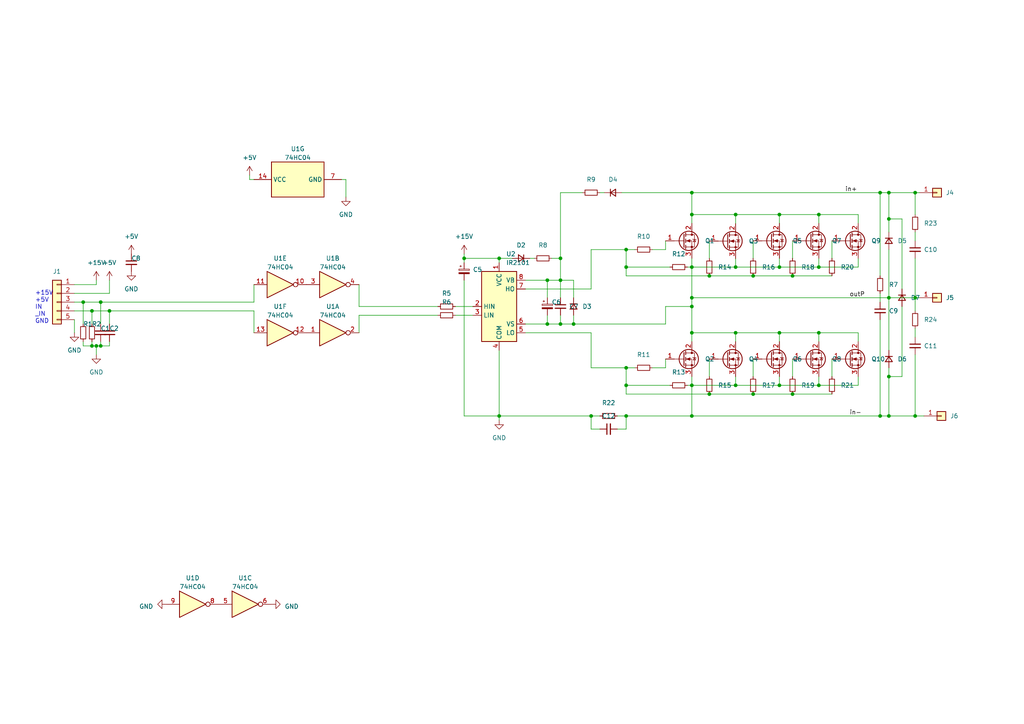
<source format=kicad_sch>
(kicad_sch (version 20220914) (generator eeschema)

  (uuid 38a501e2-0ee8-439d-bd02-e9e90e7503e9)

  (paper "A4")

  (lib_symbols
    (symbol "74xx:74HC04" (in_bom yes) (on_board yes)
      (property "Reference" "U" (id 0) (at 0 1.27 0)
        (effects (font (size 1.27 1.27)))
      )
      (property "Value" "74HC04" (id 1) (at 0 -1.27 0)
        (effects (font (size 1.27 1.27)))
      )
      (property "Footprint" "" (id 2) (at 0 0 0)
        (effects (font (size 1.27 1.27)) hide)
      )
      (property "Datasheet" "https://assets.nexperia.com/documents/data-sheet/74HC_HCT04.pdf" (id 3) (at 0 0 0)
        (effects (font (size 1.27 1.27)) hide)
      )
      (property "ki_locked" "" (id 4) (at 0 0 0)
        (effects (font (size 1.27 1.27)))
      )
      (property "ki_keywords" "HCMOS not inv" (id 5) (at 0 0 0)
        (effects (font (size 1.27 1.27)) hide)
      )
      (property "ki_description" "Hex Inverter" (id 6) (at 0 0 0)
        (effects (font (size 1.27 1.27)) hide)
      )
      (property "ki_fp_filters" "DIP*W7.62mm* SSOP?14* TSSOP?14*" (id 7) (at 0 0 0)
        (effects (font (size 1.27 1.27)) hide)
      )
      (symbol "74HC04_1_0"
        (polyline
          (pts
            (xy -3.81 3.81)
            (xy -3.81 -3.81)
            (xy 3.81 0)
            (xy -3.81 3.81)
          )
          (stroke (width 0.254) (type default))
          (fill (type background))
        )
        (pin input line (at -7.62 0 0) (length 3.81)
          (name "~" (effects (font (size 1.27 1.27))))
          (number "1" (effects (font (size 1.27 1.27))))
        )
        (pin output inverted (at 7.62 0 180) (length 3.81)
          (name "~" (effects (font (size 1.27 1.27))))
          (number "2" (effects (font (size 1.27 1.27))))
        )
      )
      (symbol "74HC04_2_0"
        (polyline
          (pts
            (xy -3.81 3.81)
            (xy -3.81 -3.81)
            (xy 3.81 0)
            (xy -3.81 3.81)
          )
          (stroke (width 0.254) (type default))
          (fill (type background))
        )
        (pin input line (at -7.62 0 0) (length 3.81)
          (name "~" (effects (font (size 1.27 1.27))))
          (number "3" (effects (font (size 1.27 1.27))))
        )
        (pin output inverted (at 7.62 0 180) (length 3.81)
          (name "~" (effects (font (size 1.27 1.27))))
          (number "4" (effects (font (size 1.27 1.27))))
        )
      )
      (symbol "74HC04_3_0"
        (polyline
          (pts
            (xy -3.81 3.81)
            (xy -3.81 -3.81)
            (xy 3.81 0)
            (xy -3.81 3.81)
          )
          (stroke (width 0.254) (type default))
          (fill (type background))
        )
        (pin input line (at -7.62 0 0) (length 3.81)
          (name "~" (effects (font (size 1.27 1.27))))
          (number "5" (effects (font (size 1.27 1.27))))
        )
        (pin output inverted (at 7.62 0 180) (length 3.81)
          (name "~" (effects (font (size 1.27 1.27))))
          (number "6" (effects (font (size 1.27 1.27))))
        )
      )
      (symbol "74HC04_4_0"
        (polyline
          (pts
            (xy -3.81 3.81)
            (xy -3.81 -3.81)
            (xy 3.81 0)
            (xy -3.81 3.81)
          )
          (stroke (width 0.254) (type default))
          (fill (type background))
        )
        (pin output inverted (at 7.62 0 180) (length 3.81)
          (name "~" (effects (font (size 1.27 1.27))))
          (number "8" (effects (font (size 1.27 1.27))))
        )
        (pin input line (at -7.62 0 0) (length 3.81)
          (name "~" (effects (font (size 1.27 1.27))))
          (number "9" (effects (font (size 1.27 1.27))))
        )
      )
      (symbol "74HC04_5_0"
        (polyline
          (pts
            (xy -3.81 3.81)
            (xy -3.81 -3.81)
            (xy 3.81 0)
            (xy -3.81 3.81)
          )
          (stroke (width 0.254) (type default))
          (fill (type background))
        )
        (pin output inverted (at 7.62 0 180) (length 3.81)
          (name "~" (effects (font (size 1.27 1.27))))
          (number "10" (effects (font (size 1.27 1.27))))
        )
        (pin input line (at -7.62 0 0) (length 3.81)
          (name "~" (effects (font (size 1.27 1.27))))
          (number "11" (effects (font (size 1.27 1.27))))
        )
      )
      (symbol "74HC04_6_0"
        (polyline
          (pts
            (xy -3.81 3.81)
            (xy -3.81 -3.81)
            (xy 3.81 0)
            (xy -3.81 3.81)
          )
          (stroke (width 0.254) (type default))
          (fill (type background))
        )
        (pin output inverted (at 7.62 0 180) (length 3.81)
          (name "~" (effects (font (size 1.27 1.27))))
          (number "12" (effects (font (size 1.27 1.27))))
        )
        (pin input line (at -7.62 0 0) (length 3.81)
          (name "~" (effects (font (size 1.27 1.27))))
          (number "13" (effects (font (size 1.27 1.27))))
        )
      )
      (symbol "74HC04_7_0"
        (pin power_in line (at 0 12.7 270) (length 5.08)
          (name "VCC" (effects (font (size 1.27 1.27))))
          (number "14" (effects (font (size 1.27 1.27))))
        )
        (pin power_in line (at 0 -12.7 90) (length 5.08)
          (name "GND" (effects (font (size 1.27 1.27))))
          (number "7" (effects (font (size 1.27 1.27))))
        )
      )
      (symbol "74HC04_7_1"
        (rectangle (start -5.08 7.62) (end 5.08 -7.62)
          (stroke (width 0.254) (type default))
          (fill (type background))
        )
      )
    )
    (symbol "Connector_Generic:Conn_01x01" (pin_names (offset 1.016) hide) (in_bom yes) (on_board yes)
      (property "Reference" "J" (id 0) (at 0 2.54 0)
        (effects (font (size 1.27 1.27)))
      )
      (property "Value" "Conn_01x01" (id 1) (at 0 -2.54 0)
        (effects (font (size 1.27 1.27)))
      )
      (property "Footprint" "" (id 2) (at 0 0 0)
        (effects (font (size 1.27 1.27)) hide)
      )
      (property "Datasheet" "~" (id 3) (at 0 0 0)
        (effects (font (size 1.27 1.27)) hide)
      )
      (property "ki_keywords" "connector" (id 4) (at 0 0 0)
        (effects (font (size 1.27 1.27)) hide)
      )
      (property "ki_description" "Generic connector, single row, 01x01, script generated (kicad-library-utils/schlib/autogen/connector/)" (id 5) (at 0 0 0)
        (effects (font (size 1.27 1.27)) hide)
      )
      (property "ki_fp_filters" "Connector*:*_1x??_*" (id 6) (at 0 0 0)
        (effects (font (size 1.27 1.27)) hide)
      )
      (symbol "Conn_01x01_1_1"
        (rectangle (start -1.27 0.127) (end 0 -0.127)
          (stroke (width 0.1524) (type default))
          (fill (type none))
        )
        (rectangle (start -1.27 1.27) (end 1.27 -1.27)
          (stroke (width 0.254) (type default))
          (fill (type background))
        )
        (pin passive line (at -5.08 0 0) (length 3.81)
          (name "Pin_1" (effects (font (size 1.27 1.27))))
          (number "1" (effects (font (size 1.27 1.27))))
        )
      )
    )
    (symbol "Connector_Generic:Conn_01x05" (pin_names (offset 1.016) hide) (in_bom yes) (on_board yes)
      (property "Reference" "J" (id 0) (at 0 7.62 0)
        (effects (font (size 1.27 1.27)))
      )
      (property "Value" "Conn_01x05" (id 1) (at 0 -7.62 0)
        (effects (font (size 1.27 1.27)))
      )
      (property "Footprint" "" (id 2) (at 0 0 0)
        (effects (font (size 1.27 1.27)) hide)
      )
      (property "Datasheet" "~" (id 3) (at 0 0 0)
        (effects (font (size 1.27 1.27)) hide)
      )
      (property "ki_keywords" "connector" (id 4) (at 0 0 0)
        (effects (font (size 1.27 1.27)) hide)
      )
      (property "ki_description" "Generic connector, single row, 01x05, script generated (kicad-library-utils/schlib/autogen/connector/)" (id 5) (at 0 0 0)
        (effects (font (size 1.27 1.27)) hide)
      )
      (property "ki_fp_filters" "Connector*:*_1x??_*" (id 6) (at 0 0 0)
        (effects (font (size 1.27 1.27)) hide)
      )
      (symbol "Conn_01x05_1_1"
        (rectangle (start -1.27 -4.953) (end 0 -5.207)
          (stroke (width 0.1524) (type default))
          (fill (type none))
        )
        (rectangle (start -1.27 -2.413) (end 0 -2.667)
          (stroke (width 0.1524) (type default))
          (fill (type none))
        )
        (rectangle (start -1.27 0.127) (end 0 -0.127)
          (stroke (width 0.1524) (type default))
          (fill (type none))
        )
        (rectangle (start -1.27 2.667) (end 0 2.413)
          (stroke (width 0.1524) (type default))
          (fill (type none))
        )
        (rectangle (start -1.27 5.207) (end 0 4.953)
          (stroke (width 0.1524) (type default))
          (fill (type none))
        )
        (rectangle (start -1.27 6.35) (end 1.27 -6.35)
          (stroke (width 0.254) (type default))
          (fill (type background))
        )
        (pin passive line (at -5.08 5.08 0) (length 3.81)
          (name "Pin_1" (effects (font (size 1.27 1.27))))
          (number "1" (effects (font (size 1.27 1.27))))
        )
        (pin passive line (at -5.08 2.54 0) (length 3.81)
          (name "Pin_2" (effects (font (size 1.27 1.27))))
          (number "2" (effects (font (size 1.27 1.27))))
        )
        (pin passive line (at -5.08 0 0) (length 3.81)
          (name "Pin_3" (effects (font (size 1.27 1.27))))
          (number "3" (effects (font (size 1.27 1.27))))
        )
        (pin passive line (at -5.08 -2.54 0) (length 3.81)
          (name "Pin_4" (effects (font (size 1.27 1.27))))
          (number "4" (effects (font (size 1.27 1.27))))
        )
        (pin passive line (at -5.08 -5.08 0) (length 3.81)
          (name "Pin_5" (effects (font (size 1.27 1.27))))
          (number "5" (effects (font (size 1.27 1.27))))
        )
      )
    )
    (symbol "Device:C_Polarized_Small" (pin_numbers hide) (pin_names (offset 0.254) hide) (in_bom yes) (on_board yes)
      (property "Reference" "C" (id 0) (at 0.254 1.778 0)
        (effects (font (size 1.27 1.27)) (justify left))
      )
      (property "Value" "C_Polarized_Small" (id 1) (at 0.254 -2.032 0)
        (effects (font (size 1.27 1.27)) (justify left))
      )
      (property "Footprint" "" (id 2) (at 0 0 0)
        (effects (font (size 1.27 1.27)) hide)
      )
      (property "Datasheet" "~" (id 3) (at 0 0 0)
        (effects (font (size 1.27 1.27)) hide)
      )
      (property "ki_keywords" "cap capacitor" (id 4) (at 0 0 0)
        (effects (font (size 1.27 1.27)) hide)
      )
      (property "ki_description" "Polarized capacitor, small symbol" (id 5) (at 0 0 0)
        (effects (font (size 1.27 1.27)) hide)
      )
      (property "ki_fp_filters" "CP_*" (id 6) (at 0 0 0)
        (effects (font (size 1.27 1.27)) hide)
      )
      (symbol "C_Polarized_Small_0_1"
        (rectangle (start -1.524 -0.3048) (end 1.524 -0.6858)
          (stroke (width 0) (type default))
          (fill (type outline))
        )
        (rectangle (start -1.524 0.6858) (end 1.524 0.3048)
          (stroke (width 0) (type default))
          (fill (type none))
        )
        (polyline
          (pts
            (xy -1.27 1.524)
            (xy -0.762 1.524)
          )
          (stroke (width 0) (type default))
          (fill (type none))
        )
        (polyline
          (pts
            (xy -1.016 1.27)
            (xy -1.016 1.778)
          )
          (stroke (width 0) (type default))
          (fill (type none))
        )
      )
      (symbol "C_Polarized_Small_1_1"
        (pin passive line (at 0 2.54 270) (length 1.8542)
          (name "~" (effects (font (size 1.27 1.27))))
          (number "1" (effects (font (size 1.27 1.27))))
        )
        (pin passive line (at 0 -2.54 90) (length 1.8542)
          (name "~" (effects (font (size 1.27 1.27))))
          (number "2" (effects (font (size 1.27 1.27))))
        )
      )
    )
    (symbol "Device:C_Small" (pin_numbers hide) (pin_names (offset 0.254) hide) (in_bom yes) (on_board yes)
      (property "Reference" "C" (id 0) (at 0.254 1.778 0)
        (effects (font (size 1.27 1.27)) (justify left))
      )
      (property "Value" "C_Small" (id 1) (at 0.254 -2.032 0)
        (effects (font (size 1.27 1.27)) (justify left))
      )
      (property "Footprint" "" (id 2) (at 0 0 0)
        (effects (font (size 1.27 1.27)) hide)
      )
      (property "Datasheet" "~" (id 3) (at 0 0 0)
        (effects (font (size 1.27 1.27)) hide)
      )
      (property "ki_keywords" "capacitor cap" (id 4) (at 0 0 0)
        (effects (font (size 1.27 1.27)) hide)
      )
      (property "ki_description" "Unpolarized capacitor, small symbol" (id 5) (at 0 0 0)
        (effects (font (size 1.27 1.27)) hide)
      )
      (property "ki_fp_filters" "C_*" (id 6) (at 0 0 0)
        (effects (font (size 1.27 1.27)) hide)
      )
      (symbol "C_Small_0_1"
        (polyline
          (pts
            (xy -1.524 -0.508)
            (xy 1.524 -0.508)
          )
          (stroke (width 0.3302) (type default))
          (fill (type none))
        )
        (polyline
          (pts
            (xy -1.524 0.508)
            (xy 1.524 0.508)
          )
          (stroke (width 0.3048) (type default))
          (fill (type none))
        )
      )
      (symbol "C_Small_1_1"
        (pin passive line (at 0 2.54 270) (length 2.032)
          (name "~" (effects (font (size 1.27 1.27))))
          (number "1" (effects (font (size 1.27 1.27))))
        )
        (pin passive line (at 0 -2.54 90) (length 2.032)
          (name "~" (effects (font (size 1.27 1.27))))
          (number "2" (effects (font (size 1.27 1.27))))
        )
      )
    )
    (symbol "Device:D_Small" (pin_numbers hide) (pin_names (offset 0.254) hide) (in_bom yes) (on_board yes)
      (property "Reference" "D" (id 0) (at -1.27 2.032 0)
        (effects (font (size 1.27 1.27)) (justify left))
      )
      (property "Value" "D_Small" (id 1) (at -3.81 -2.032 0)
        (effects (font (size 1.27 1.27)) (justify left))
      )
      (property "Footprint" "" (id 2) (at 0 0 90)
        (effects (font (size 1.27 1.27)) hide)
      )
      (property "Datasheet" "~" (id 3) (at 0 0 90)
        (effects (font (size 1.27 1.27)) hide)
      )
      (property "ki_keywords" "diode" (id 4) (at 0 0 0)
        (effects (font (size 1.27 1.27)) hide)
      )
      (property "ki_description" "Diode, small symbol" (id 5) (at 0 0 0)
        (effects (font (size 1.27 1.27)) hide)
      )
      (property "ki_fp_filters" "TO-???* *_Diode_* *SingleDiode* D_*" (id 6) (at 0 0 0)
        (effects (font (size 1.27 1.27)) hide)
      )
      (symbol "D_Small_0_1"
        (polyline
          (pts
            (xy -0.762 -1.016)
            (xy -0.762 1.016)
          )
          (stroke (width 0.254) (type default))
          (fill (type none))
        )
        (polyline
          (pts
            (xy -0.762 0)
            (xy 0.762 0)
          )
          (stroke (width 0) (type default))
          (fill (type none))
        )
        (polyline
          (pts
            (xy 0.762 -1.016)
            (xy -0.762 0)
            (xy 0.762 1.016)
            (xy 0.762 -1.016)
          )
          (stroke (width 0.254) (type default))
          (fill (type none))
        )
      )
      (symbol "D_Small_1_1"
        (pin passive line (at -2.54 0 0) (length 1.778)
          (name "K" (effects (font (size 1.27 1.27))))
          (number "1" (effects (font (size 1.27 1.27))))
        )
        (pin passive line (at 2.54 0 180) (length 1.778)
          (name "A" (effects (font (size 1.27 1.27))))
          (number "2" (effects (font (size 1.27 1.27))))
        )
      )
    )
    (symbol "Device:Q_NMOS_GDS" (pin_names (offset 0) hide) (in_bom yes) (on_board yes)
      (property "Reference" "Q" (id 0) (at 5.08 1.27 0)
        (effects (font (size 1.27 1.27)) (justify left))
      )
      (property "Value" "Q_NMOS_GDS" (id 1) (at 5.08 -1.27 0)
        (effects (font (size 1.27 1.27)) (justify left))
      )
      (property "Footprint" "" (id 2) (at 5.08 2.54 0)
        (effects (font (size 1.27 1.27)) hide)
      )
      (property "Datasheet" "~" (id 3) (at 0 0 0)
        (effects (font (size 1.27 1.27)) hide)
      )
      (property "ki_keywords" "transistor NMOS N-MOS N-MOSFET" (id 4) (at 0 0 0)
        (effects (font (size 1.27 1.27)) hide)
      )
      (property "ki_description" "N-MOSFET transistor, gate/drain/source" (id 5) (at 0 0 0)
        (effects (font (size 1.27 1.27)) hide)
      )
      (symbol "Q_NMOS_GDS_0_1"
        (polyline
          (pts
            (xy 0.254 0)
            (xy -2.54 0)
          )
          (stroke (width 0) (type default))
          (fill (type none))
        )
        (polyline
          (pts
            (xy 0.254 1.905)
            (xy 0.254 -1.905)
          )
          (stroke (width 0.254) (type default))
          (fill (type none))
        )
        (polyline
          (pts
            (xy 0.762 -1.27)
            (xy 0.762 -2.286)
          )
          (stroke (width 0.254) (type default))
          (fill (type none))
        )
        (polyline
          (pts
            (xy 0.762 0.508)
            (xy 0.762 -0.508)
          )
          (stroke (width 0.254) (type default))
          (fill (type none))
        )
        (polyline
          (pts
            (xy 0.762 2.286)
            (xy 0.762 1.27)
          )
          (stroke (width 0.254) (type default))
          (fill (type none))
        )
        (polyline
          (pts
            (xy 2.54 2.54)
            (xy 2.54 1.778)
          )
          (stroke (width 0) (type default))
          (fill (type none))
        )
        (polyline
          (pts
            (xy 2.54 -2.54)
            (xy 2.54 0)
            (xy 0.762 0)
          )
          (stroke (width 0) (type default))
          (fill (type none))
        )
        (polyline
          (pts
            (xy 0.762 -1.778)
            (xy 3.302 -1.778)
            (xy 3.302 1.778)
            (xy 0.762 1.778)
          )
          (stroke (width 0) (type default))
          (fill (type none))
        )
        (polyline
          (pts
            (xy 1.016 0)
            (xy 2.032 0.381)
            (xy 2.032 -0.381)
            (xy 1.016 0)
          )
          (stroke (width 0) (type default))
          (fill (type outline))
        )
        (polyline
          (pts
            (xy 2.794 0.508)
            (xy 2.921 0.381)
            (xy 3.683 0.381)
            (xy 3.81 0.254)
          )
          (stroke (width 0) (type default))
          (fill (type none))
        )
        (polyline
          (pts
            (xy 3.302 0.381)
            (xy 2.921 -0.254)
            (xy 3.683 -0.254)
            (xy 3.302 0.381)
          )
          (stroke (width 0) (type default))
          (fill (type none))
        )
        (circle (center 1.651 0) (radius 2.794)
          (stroke (width 0.254) (type default))
          (fill (type none))
        )
        (circle (center 2.54 -1.778) (radius 0.254)
          (stroke (width 0) (type default))
          (fill (type outline))
        )
        (circle (center 2.54 1.778) (radius 0.254)
          (stroke (width 0) (type default))
          (fill (type outline))
        )
      )
      (symbol "Q_NMOS_GDS_1_1"
        (pin input line (at -5.08 0 0) (length 2.54)
          (name "G" (effects (font (size 1.27 1.27))))
          (number "1" (effects (font (size 1.27 1.27))))
        )
        (pin passive line (at 2.54 5.08 270) (length 2.54)
          (name "D" (effects (font (size 1.27 1.27))))
          (number "2" (effects (font (size 1.27 1.27))))
        )
        (pin passive line (at 2.54 -5.08 90) (length 2.54)
          (name "S" (effects (font (size 1.27 1.27))))
          (number "3" (effects (font (size 1.27 1.27))))
        )
      )
    )
    (symbol "Device:R_Small" (pin_numbers hide) (pin_names (offset 0.254) hide) (in_bom yes) (on_board yes)
      (property "Reference" "R" (id 0) (at 0.762 0.508 0)
        (effects (font (size 1.27 1.27)) (justify left))
      )
      (property "Value" "R_Small" (id 1) (at 0.762 -1.016 0)
        (effects (font (size 1.27 1.27)) (justify left))
      )
      (property "Footprint" "" (id 2) (at 0 0 0)
        (effects (font (size 1.27 1.27)) hide)
      )
      (property "Datasheet" "~" (id 3) (at 0 0 0)
        (effects (font (size 1.27 1.27)) hide)
      )
      (property "ki_keywords" "R resistor" (id 4) (at 0 0 0)
        (effects (font (size 1.27 1.27)) hide)
      )
      (property "ki_description" "Resistor, small symbol" (id 5) (at 0 0 0)
        (effects (font (size 1.27 1.27)) hide)
      )
      (property "ki_fp_filters" "R_*" (id 6) (at 0 0 0)
        (effects (font (size 1.27 1.27)) hide)
      )
      (symbol "R_Small_0_1"
        (rectangle (start -0.762 1.778) (end 0.762 -1.778)
          (stroke (width 0.2032) (type default))
          (fill (type none))
        )
      )
      (symbol "R_Small_1_1"
        (pin passive line (at 0 2.54 270) (length 0.762)
          (name "~" (effects (font (size 1.27 1.27))))
          (number "1" (effects (font (size 1.27 1.27))))
        )
        (pin passive line (at 0 -2.54 90) (length 0.762)
          (name "~" (effects (font (size 1.27 1.27))))
          (number "2" (effects (font (size 1.27 1.27))))
        )
      )
    )
    (symbol "Driver_FET:IR2101" (in_bom yes) (on_board yes)
      (property "Reference" "U" (id 0) (at 1.27 13.335 0)
        (effects (font (size 1.27 1.27)) (justify left))
      )
      (property "Value" "IR2101" (id 1) (at 1.27 11.43 0)
        (effects (font (size 1.27 1.27)) (justify left))
      )
      (property "Footprint" "" (id 2) (at 0 0 0)
        (effects (font (size 1.27 1.27) italic) hide)
      )
      (property "Datasheet" "https://www.infineon.com/dgdl/ir2101.pdf?fileId=5546d462533600a4015355c7a755166c" (id 3) (at 0 0 0)
        (effects (font (size 1.27 1.27)) hide)
      )
      (property "ki_keywords" "Gate Driver" (id 4) (at 0 0 0)
        (effects (font (size 1.27 1.27)) hide)
      )
      (property "ki_description" "High and Low Side Driver, 600V, 210/360mA, PDIP-8/SOIC-8" (id 5) (at 0 0 0)
        (effects (font (size 1.27 1.27)) hide)
      )
      (property "ki_fp_filters" "SOIC*3.9x4.9mm*P1.27mm* DIP*W7.62mm*" (id 6) (at 0 0 0)
        (effects (font (size 1.27 1.27)) hide)
      )
      (symbol "IR2101_0_1"
        (rectangle (start -5.08 -10.16) (end 5.08 10.16)
          (stroke (width 0.254) (type default))
          (fill (type background))
        )
      )
      (symbol "IR2101_1_1"
        (pin power_in line (at 0 12.7 270) (length 2.54)
          (name "VCC" (effects (font (size 1.27 1.27))))
          (number "1" (effects (font (size 1.27 1.27))))
        )
        (pin input line (at -7.62 0 0) (length 2.54)
          (name "HIN" (effects (font (size 1.27 1.27))))
          (number "2" (effects (font (size 1.27 1.27))))
        )
        (pin input line (at -7.62 -2.54 0) (length 2.54)
          (name "LIN" (effects (font (size 1.27 1.27))))
          (number "3" (effects (font (size 1.27 1.27))))
        )
        (pin power_in line (at 0 -12.7 90) (length 2.54)
          (name "COM" (effects (font (size 1.27 1.27))))
          (number "4" (effects (font (size 1.27 1.27))))
        )
        (pin output line (at 7.62 -7.62 180) (length 2.54)
          (name "LO" (effects (font (size 1.27 1.27))))
          (number "5" (effects (font (size 1.27 1.27))))
        )
        (pin passive line (at 7.62 -5.08 180) (length 2.54)
          (name "VS" (effects (font (size 1.27 1.27))))
          (number "6" (effects (font (size 1.27 1.27))))
        )
        (pin output line (at 7.62 5.08 180) (length 2.54)
          (name "HO" (effects (font (size 1.27 1.27))))
          (number "7" (effects (font (size 1.27 1.27))))
        )
        (pin passive line (at 7.62 7.62 180) (length 2.54)
          (name "VB" (effects (font (size 1.27 1.27))))
          (number "8" (effects (font (size 1.27 1.27))))
        )
      )
    )
    (symbol "power:+15V" (power) (pin_names (offset 0)) (in_bom yes) (on_board yes)
      (property "Reference" "#PWR" (id 0) (at 0 -3.81 0)
        (effects (font (size 1.27 1.27)) hide)
      )
      (property "Value" "+15V" (id 1) (at 0 3.556 0)
        (effects (font (size 1.27 1.27)))
      )
      (property "Footprint" "" (id 2) (at 0 0 0)
        (effects (font (size 1.27 1.27)) hide)
      )
      (property "Datasheet" "" (id 3) (at 0 0 0)
        (effects (font (size 1.27 1.27)) hide)
      )
      (property "ki_keywords" "power-flag" (id 4) (at 0 0 0)
        (effects (font (size 1.27 1.27)) hide)
      )
      (property "ki_description" "Power symbol creates a global label with name \"+15V\"" (id 5) (at 0 0 0)
        (effects (font (size 1.27 1.27)) hide)
      )
      (symbol "+15V_0_1"
        (polyline
          (pts
            (xy -0.762 1.27)
            (xy 0 2.54)
          )
          (stroke (width 0) (type default))
          (fill (type none))
        )
        (polyline
          (pts
            (xy 0 0)
            (xy 0 2.54)
          )
          (stroke (width 0) (type default))
          (fill (type none))
        )
        (polyline
          (pts
            (xy 0 2.54)
            (xy 0.762 1.27)
          )
          (stroke (width 0) (type default))
          (fill (type none))
        )
      )
      (symbol "+15V_1_1"
        (pin power_in line (at 0 0 90) (length 0) hide
          (name "+15V" (effects (font (size 1.27 1.27))))
          (number "1" (effects (font (size 1.27 1.27))))
        )
      )
    )
    (symbol "power:+5V" (power) (pin_names (offset 0)) (in_bom yes) (on_board yes)
      (property "Reference" "#PWR" (id 0) (at 0 -3.81 0)
        (effects (font (size 1.27 1.27)) hide)
      )
      (property "Value" "+5V" (id 1) (at 0 3.556 0)
        (effects (font (size 1.27 1.27)))
      )
      (property "Footprint" "" (id 2) (at 0 0 0)
        (effects (font (size 1.27 1.27)) hide)
      )
      (property "Datasheet" "" (id 3) (at 0 0 0)
        (effects (font (size 1.27 1.27)) hide)
      )
      (property "ki_keywords" "power-flag" (id 4) (at 0 0 0)
        (effects (font (size 1.27 1.27)) hide)
      )
      (property "ki_description" "Power symbol creates a global label with name \"+5V\"" (id 5) (at 0 0 0)
        (effects (font (size 1.27 1.27)) hide)
      )
      (symbol "+5V_0_1"
        (polyline
          (pts
            (xy -0.762 1.27)
            (xy 0 2.54)
          )
          (stroke (width 0) (type default))
          (fill (type none))
        )
        (polyline
          (pts
            (xy 0 0)
            (xy 0 2.54)
          )
          (stroke (width 0) (type default))
          (fill (type none))
        )
        (polyline
          (pts
            (xy 0 2.54)
            (xy 0.762 1.27)
          )
          (stroke (width 0) (type default))
          (fill (type none))
        )
      )
      (symbol "+5V_1_1"
        (pin power_in line (at 0 0 90) (length 0) hide
          (name "+5V" (effects (font (size 1.27 1.27))))
          (number "1" (effects (font (size 1.27 1.27))))
        )
      )
    )
    (symbol "power:GND" (power) (pin_names (offset 0)) (in_bom yes) (on_board yes)
      (property "Reference" "#PWR" (id 0) (at 0 -6.35 0)
        (effects (font (size 1.27 1.27)) hide)
      )
      (property "Value" "GND" (id 1) (at 0 -3.81 0)
        (effects (font (size 1.27 1.27)))
      )
      (property "Footprint" "" (id 2) (at 0 0 0)
        (effects (font (size 1.27 1.27)) hide)
      )
      (property "Datasheet" "" (id 3) (at 0 0 0)
        (effects (font (size 1.27 1.27)) hide)
      )
      (property "ki_keywords" "power-flag" (id 4) (at 0 0 0)
        (effects (font (size 1.27 1.27)) hide)
      )
      (property "ki_description" "Power symbol creates a global label with name \"GND\" , ground" (id 5) (at 0 0 0)
        (effects (font (size 1.27 1.27)) hide)
      )
      (symbol "GND_0_1"
        (polyline
          (pts
            (xy 0 0)
            (xy 0 -1.27)
            (xy 1.27 -1.27)
            (xy 0 -2.54)
            (xy -1.27 -1.27)
            (xy 0 -1.27)
          )
          (stroke (width 0) (type default))
          (fill (type none))
        )
      )
      (symbol "GND_1_1"
        (pin power_in line (at 0 0 270) (length 0) hide
          (name "GND" (effects (font (size 1.27 1.27))))
          (number "1" (effects (font (size 1.27 1.27))))
        )
      )
    )
  )

  (junction (at 134.62 74.93) (diameter 0) (color 0 0 0 0)
    (uuid 00679a0c-376d-408f-aec0-1f136539b767)
  )
  (junction (at 181.61 72.39) (diameter 0) (color 0 0 0 0)
    (uuid 019e6bfa-c0a2-4183-b779-98399162ffed)
  )
  (junction (at 226.06 96.52) (diameter 0) (color 0 0 0 0)
    (uuid 0ce07c98-5249-430f-bccd-a1afecaa0062)
  )
  (junction (at 26.67 100.33) (diameter 0) (color 0 0 0 0)
    (uuid 1656ee76-df06-48f7-b0d2-bcd424a65b03)
  )
  (junction (at 237.49 62.23) (diameter 0) (color 0 0 0 0)
    (uuid 18d8a34d-55a3-4c34-9bf4-33ca762720dc)
  )
  (junction (at 144.78 120.65) (diameter 0) (color 0 0 0 0)
    (uuid 19aa3c11-d57c-4757-a023-eeb47ccad3ec)
  )
  (junction (at 257.81 120.65) (diameter 0) (color 0 0 0 0)
    (uuid 1d1ca700-ea8f-43de-b8a2-2079c8ed9fca)
  )
  (junction (at 200.66 88.9) (diameter 0) (color 0 0 0 0)
    (uuid 2061f90a-4792-4abd-9cd7-232356381a8d)
  )
  (junction (at 24.13 87.63) (diameter 0) (color 0 0 0 0)
    (uuid 2e503351-51e8-4344-b0be-7675c9f3346c)
  )
  (junction (at 29.21 87.63) (diameter 0) (color 0 0 0 0)
    (uuid 3206d581-0286-4d6f-960e-d41a2376b82c)
  )
  (junction (at 26.67 90.17) (diameter 0) (color 0 0 0 0)
    (uuid 3366501a-ca97-4bed-b80c-f8781f53391c)
  )
  (junction (at 218.44 80.01) (diameter 0) (color 0 0 0 0)
    (uuid 39456193-67ab-4dcf-9a1b-2c178d36a71f)
  )
  (junction (at 205.74 114.3) (diameter 0) (color 0 0 0 0)
    (uuid 3bf3541a-6806-45e7-8075-69df791d54fb)
  )
  (junction (at 181.61 106.68) (diameter 0) (color 0 0 0 0)
    (uuid 3c5b0234-6f51-4421-b99d-868614fedc6b)
  )
  (junction (at 229.87 80.01) (diameter 0) (color 0 0 0 0)
    (uuid 3c938c06-b5d2-460f-85d1-1f4f3c2931b6)
  )
  (junction (at 213.36 62.23) (diameter 0) (color 0 0 0 0)
    (uuid 3f11c9e8-32de-477e-ad7f-663da28c5886)
  )
  (junction (at 257.81 109.22) (diameter 0) (color 0 0 0 0)
    (uuid 4da12df6-aeee-436b-ae45-2e85fd5426fc)
  )
  (junction (at 200.66 111.76) (diameter 0) (color 0 0 0 0)
    (uuid 516649ff-e628-4ee7-9603-2bbb70a6b28d)
  )
  (junction (at 237.49 96.52) (diameter 0) (color 0 0 0 0)
    (uuid 56e74144-e0d6-4920-977c-f0c2e6916922)
  )
  (junction (at 144.78 74.93) (diameter 0) (color 0 0 0 0)
    (uuid 5f9c8b4f-9926-4f72-9f5b-749456b074a1)
  )
  (junction (at 181.61 77.47) (diameter 0) (color 0 0 0 0)
    (uuid 6029bd98-c1d2-4b26-97f2-0e14a29d10b0)
  )
  (junction (at 226.06 62.23) (diameter 0) (color 0 0 0 0)
    (uuid 6962ced3-2abe-4695-af02-68c50c09c8ea)
  )
  (junction (at 229.87 114.3) (diameter 0) (color 0 0 0 0)
    (uuid 6b244bf6-736f-46bd-9af0-bb3beb9ff400)
  )
  (junction (at 265.43 55.88) (diameter 0) (color 0 0 0 0)
    (uuid 70c07349-a6ed-410a-a0cc-86d43d835779)
  )
  (junction (at 213.36 111.76) (diameter 0) (color 0 0 0 0)
    (uuid 73ca4bb4-ec0c-43e7-a273-605bad83211f)
  )
  (junction (at 162.56 81.28) (diameter 0) (color 0 0 0 0)
    (uuid 74693fdf-dae1-48b6-a99f-c18ecf6d1176)
  )
  (junction (at 200.66 77.47) (diameter 0) (color 0 0 0 0)
    (uuid 75e17f93-4847-44e1-a323-9a72a9f4bb4e)
  )
  (junction (at 205.74 80.01) (diameter 0) (color 0 0 0 0)
    (uuid 78d9ac38-867b-416f-a7f0-9984649f3bfa)
  )
  (junction (at 257.81 55.88) (diameter 0) (color 0 0 0 0)
    (uuid 7c0c8d83-9b18-4f09-9197-1af15c5cbdc4)
  )
  (junction (at 265.43 86.36) (diameter 0) (color 0 0 0 0)
    (uuid 89c507ac-bb8b-480b-8f8d-132bce5ca999)
  )
  (junction (at 213.36 77.47) (diameter 0) (color 0 0 0 0)
    (uuid 8a2adbf6-4bc2-46ac-b44b-c65373f2d877)
  )
  (junction (at 29.21 100.33) (diameter 0) (color 0 0 0 0)
    (uuid 8d5efcd5-7921-4474-93db-fe9bc57d6955)
  )
  (junction (at 181.61 120.65) (diameter 0) (color 0 0 0 0)
    (uuid 984b3b66-7f9d-4415-8fe4-8946b8e6be52)
  )
  (junction (at 162.56 93.98) (diameter 0) (color 0 0 0 0)
    (uuid 9c177e97-e025-4a30-87ef-f01b5d3f7091)
  )
  (junction (at 255.27 55.88) (diameter 0) (color 0 0 0 0)
    (uuid 9d6c0e19-c261-4b44-b2b7-67291831397d)
  )
  (junction (at 200.66 96.52) (diameter 0) (color 0 0 0 0)
    (uuid a2661ef9-2af6-4e1e-9ad7-95c9b4e82f6f)
  )
  (junction (at 171.45 120.65) (diameter 0) (color 0 0 0 0)
    (uuid a26ca22c-d86b-4a02-9378-01c96b027395)
  )
  (junction (at 226.06 77.47) (diameter 0) (color 0 0 0 0)
    (uuid aabbd454-18c3-4504-9bde-84e43aefa7cb)
  )
  (junction (at 200.66 86.36) (diameter 0) (color 0 0 0 0)
    (uuid aea0d666-fdf7-4be6-a8c7-6ac7bf9d866b)
  )
  (junction (at 255.27 120.65) (diameter 0) (color 0 0 0 0)
    (uuid b0f1dac9-5431-4d43-8681-bc6afd4d3113)
  )
  (junction (at 265.43 120.65) (diameter 0) (color 0 0 0 0)
    (uuid b804539b-f332-4fb6-ba31-c6ce38852fa4)
  )
  (junction (at 200.66 55.88) (diameter 0) (color 0 0 0 0)
    (uuid bdfe9a8c-8e0f-4628-b6c3-b94bbae83590)
  )
  (junction (at 218.44 114.3) (diameter 0) (color 0 0 0 0)
    (uuid c04398a3-a9a6-4281-8de2-75054916e45b)
  )
  (junction (at 200.66 62.23) (diameter 0) (color 0 0 0 0)
    (uuid c1b7e299-c94b-4bb7-bcf4-3719e1ea94aa)
  )
  (junction (at 158.75 93.98) (diameter 0) (color 0 0 0 0)
    (uuid c902fbc6-c56b-464e-869b-ec6487046ba1)
  )
  (junction (at 158.75 81.28) (diameter 0) (color 0 0 0 0)
    (uuid d521cdab-929e-4ded-b70a-ad6699435df6)
  )
  (junction (at 257.81 63.5) (diameter 0) (color 0 0 0 0)
    (uuid d7a9c35b-a347-4e28-b231-c4a53664b72b)
  )
  (junction (at 27.94 100.33) (diameter 0) (color 0 0 0 0)
    (uuid ddedca5c-3806-42f8-9caa-70fbb4b004b8)
  )
  (junction (at 181.61 111.76) (diameter 0) (color 0 0 0 0)
    (uuid df1bbf57-cabd-42c6-a46f-b341c53c8d11)
  )
  (junction (at 31.75 90.17) (diameter 0) (color 0 0 0 0)
    (uuid e24ec109-ab2b-4c20-adb3-2602b415b716)
  )
  (junction (at 200.66 120.65) (diameter 0) (color 0 0 0 0)
    (uuid e5fe5b26-26f0-46b9-8c3c-83f4da8637fa)
  )
  (junction (at 237.49 77.47) (diameter 0) (color 0 0 0 0)
    (uuid e8f8a7b6-88c6-4b7e-8c19-d63d3ad736e2)
  )
  (junction (at 237.49 111.76) (diameter 0) (color 0 0 0 0)
    (uuid eceabdb9-1164-478a-8b3b-4d2ce759ac4a)
  )
  (junction (at 257.81 86.36) (diameter 0) (color 0 0 0 0)
    (uuid ef89e194-baf8-4d8f-83f2-794e42caef3b)
  )
  (junction (at 166.37 93.98) (diameter 0) (color 0 0 0 0)
    (uuid f28f4739-069a-4c96-a8d8-4e2ced4452fb)
  )
  (junction (at 226.06 111.76) (diameter 0) (color 0 0 0 0)
    (uuid f4275e0d-54b0-45b8-bbe2-9533b9268ef6)
  )
  (junction (at 162.56 74.93) (diameter 0) (color 0 0 0 0)
    (uuid fff3e86e-faa7-4072-9a11-a217427ecf8a)
  )
  (junction (at 213.36 96.52) (diameter 0) (color 0 0 0 0)
    (uuid fff88ac9-0aea-4d3f-8e5a-1f9d4618c83b)
  )

  (wire (pts (xy 26.67 99.06) (xy 26.67 100.33))
    (stroke (width 0) (type default))
    (uuid 00ed5596-4e9d-466b-91dd-bb34243007cf)
  )
  (wire (pts (xy 255.27 120.65) (xy 257.81 120.65))
    (stroke (width 0) (type default))
    (uuid 03a19fc0-5f84-4d52-b207-b1c5d613b8fe)
  )
  (wire (pts (xy 226.06 74.93) (xy 226.06 77.47))
    (stroke (width 0) (type default))
    (uuid 04c92b6a-ba73-4cba-add6-ef80198917c0)
  )
  (wire (pts (xy 100.33 57.15) (xy 100.33 52.07))
    (stroke (width 0) (type default))
    (uuid 0628dcaf-2165-474c-aacb-490062e3c272)
  )
  (wire (pts (xy 213.36 62.23) (xy 226.06 62.23))
    (stroke (width 0) (type default))
    (uuid 08d1d365-32ce-4f36-9330-8721c69a3694)
  )
  (wire (pts (xy 226.06 109.22) (xy 226.06 111.76))
    (stroke (width 0) (type default))
    (uuid 0d4f32d7-e17f-4328-b854-ca7b28f6acb8)
  )
  (wire (pts (xy 237.49 62.23) (xy 248.92 62.23))
    (stroke (width 0) (type default))
    (uuid 0ddccbac-c830-4f22-86c3-23e1e3dd8687)
  )
  (wire (pts (xy 21.59 92.71) (xy 21.59 96.52))
    (stroke (width 0) (type default))
    (uuid 11ad9a18-cc83-46e8-b547-99d701ff571f)
  )
  (wire (pts (xy 193.04 104.14) (xy 193.04 106.68))
    (stroke (width 0) (type default))
    (uuid 16a7c63f-a2cf-41af-b2ca-aeae8b2430f1)
  )
  (wire (pts (xy 237.49 62.23) (xy 237.49 64.77))
    (stroke (width 0) (type default))
    (uuid 1739d1f0-c63c-4e74-aee2-fc3fb3ee4b23)
  )
  (wire (pts (xy 226.06 96.52) (xy 237.49 96.52))
    (stroke (width 0) (type default))
    (uuid 1866c7be-3405-4aab-9c94-a29d28df82b0)
  )
  (wire (pts (xy 181.61 72.39) (xy 184.15 72.39))
    (stroke (width 0) (type default))
    (uuid 18c9e883-1b49-4231-b039-08324f57df8f)
  )
  (wire (pts (xy 134.62 73.66) (xy 134.62 74.93))
    (stroke (width 0) (type default))
    (uuid 193e1694-a912-4f38-9a26-54847b629006)
  )
  (wire (pts (xy 171.45 124.46) (xy 171.45 120.65))
    (stroke (width 0) (type default))
    (uuid 1a12da0e-22cb-4143-92dd-f919c0de3e34)
  )
  (wire (pts (xy 200.66 109.22) (xy 200.66 111.76))
    (stroke (width 0) (type default))
    (uuid 1ad72bc6-6fd4-4a4a-9308-6ddab24f6d7c)
  )
  (wire (pts (xy 213.36 111.76) (xy 226.06 111.76))
    (stroke (width 0) (type default))
    (uuid 1d1a959d-0a85-45f9-8a9c-947f287e5eb7)
  )
  (wire (pts (xy 265.43 102.87) (xy 265.43 120.65))
    (stroke (width 0) (type default))
    (uuid 1f1d3169-d0f7-4be4-805d-5f44fcce76d5)
  )
  (wire (pts (xy 237.49 109.22) (xy 237.49 111.76))
    (stroke (width 0) (type default))
    (uuid 1fbb2add-5483-4c74-9e17-1b4f7772c8ac)
  )
  (wire (pts (xy 134.62 120.65) (xy 144.78 120.65))
    (stroke (width 0) (type default))
    (uuid 238f6245-1eef-451f-822a-0ae0e6c5eea6)
  )
  (wire (pts (xy 205.74 114.3) (xy 181.61 114.3))
    (stroke (width 0) (type default))
    (uuid 25ca8583-db92-452b-8e01-c77787a47bf8)
  )
  (wire (pts (xy 200.66 120.65) (xy 255.27 120.65))
    (stroke (width 0) (type default))
    (uuid 269c959f-7d96-44ac-8d18-a9c9c67bda45)
  )
  (wire (pts (xy 265.43 67.31) (xy 265.43 69.85))
    (stroke (width 0) (type default))
    (uuid 27c60e1f-2a69-4977-97ef-571abc586430)
  )
  (wire (pts (xy 24.13 87.63) (xy 24.13 93.98))
    (stroke (width 0) (type default))
    (uuid 29a49a38-2314-4a42-af37-dbf3c95248fc)
  )
  (wire (pts (xy 261.62 109.22) (xy 257.81 109.22))
    (stroke (width 0) (type default))
    (uuid 29f54e22-5852-4cfe-a8bf-c21cc01ade7e)
  )
  (wire (pts (xy 218.44 69.85) (xy 218.44 74.93))
    (stroke (width 0) (type default))
    (uuid 2c355b7b-aca4-4202-b690-d2600749f238)
  )
  (wire (pts (xy 152.4 83.82) (xy 171.45 83.82))
    (stroke (width 0) (type default))
    (uuid 2daed321-08e8-4db7-acf2-9dc4085b7b18)
  )
  (wire (pts (xy 213.36 62.23) (xy 213.36 64.8511))
    (stroke (width 0) (type default))
    (uuid 2dbb6231-2e64-4634-87a6-97b8d57f62a9)
  )
  (wire (pts (xy 226.06 111.76) (xy 237.49 111.76))
    (stroke (width 0) (type default))
    (uuid 2eeada3a-51b9-4676-ad88-755cdb5feaa2)
  )
  (wire (pts (xy 173.99 55.88) (xy 175.26 55.88))
    (stroke (width 0) (type default))
    (uuid 2fe75b02-e37c-4e9d-aed1-d207aa0c7155)
  )
  (wire (pts (xy 181.61 106.68) (xy 184.15 106.68))
    (stroke (width 0) (type default))
    (uuid 3226841b-728f-4ca6-9113-8a1cbd77e0f7)
  )
  (wire (pts (xy 27.94 100.33) (xy 29.21 100.33))
    (stroke (width 0) (type default))
    (uuid 32552e39-cd00-4c1d-895c-c8dca6de4a7d)
  )
  (wire (pts (xy 248.92 74.93) (xy 248.92 77.47))
    (stroke (width 0) (type default))
    (uuid 338b75b9-f6ef-41a2-acf8-96493c859dad)
  )
  (wire (pts (xy 257.81 55.88) (xy 257.81 63.5))
    (stroke (width 0) (type default))
    (uuid 378f207e-d5d6-444a-9507-357bf3b55e8f)
  )
  (wire (pts (xy 162.56 86.36) (xy 162.56 81.28))
    (stroke (width 0) (type default))
    (uuid 385f85fe-ee43-415b-957d-3ca8c3f156f9)
  )
  (wire (pts (xy 29.21 87.63) (xy 73.66 87.63))
    (stroke (width 0) (type default))
    (uuid 3b362ff8-5118-4637-bccf-0cef12005689)
  )
  (wire (pts (xy 166.37 91.44) (xy 166.37 93.98))
    (stroke (width 0) (type default))
    (uuid 3f9ec645-2a9e-4ac8-bb85-3e8ebe9fae26)
  )
  (wire (pts (xy 248.92 109.22) (xy 248.92 111.76))
    (stroke (width 0) (type default))
    (uuid 4024297c-df38-40e6-929c-463bd3749e90)
  )
  (wire (pts (xy 73.66 87.63) (xy 73.66 82.55))
    (stroke (width 0) (type default))
    (uuid 40dba52d-d48a-4310-ae01-f5d94ba4bf9e)
  )
  (wire (pts (xy 200.66 120.65) (xy 181.61 120.65))
    (stroke (width 0) (type default))
    (uuid 40eeb134-97b0-4e44-8c09-f097d5a9c3bb)
  )
  (wire (pts (xy 261.62 83.82) (xy 261.62 63.5))
    (stroke (width 0) (type default))
    (uuid 41ab3d68-393d-4557-b452-6c409afd8780)
  )
  (wire (pts (xy 31.75 90.17) (xy 73.66 90.17))
    (stroke (width 0) (type default))
    (uuid 42e991fe-c2f9-4dd9-b902-e2e1ef8353fd)
  )
  (wire (pts (xy 257.81 63.5) (xy 257.81 67.31))
    (stroke (width 0) (type default))
    (uuid 446d09f8-c1cf-4f38-9751-ab059a903c22)
  )
  (wire (pts (xy 162.56 93.98) (xy 166.37 93.98))
    (stroke (width 0) (type default))
    (uuid 45e5a199-f115-4d9d-a846-fbedf103758d)
  )
  (wire (pts (xy 237.49 111.76) (xy 248.92 111.76))
    (stroke (width 0) (type default))
    (uuid 4a96dba4-9249-4fd6-baa4-ccf50e1f5e9d)
  )
  (wire (pts (xy 241.3 69.85) (xy 241.3 74.93))
    (stroke (width 0) (type default))
    (uuid 4b0dc84d-b926-450d-acae-d81d6c92358b)
  )
  (wire (pts (xy 205.74 69.9311) (xy 205.74 74.93))
    (stroke (width 0) (type default))
    (uuid 4b0f9dae-cf99-4239-95b3-5b6a6c43165b)
  )
  (wire (pts (xy 189.23 106.68) (xy 193.04 106.68))
    (stroke (width 0) (type default))
    (uuid 4df77e9a-84e6-4fb9-893e-de3f1d390dce)
  )
  (wire (pts (xy 218.44 104.14) (xy 218.44 109.22))
    (stroke (width 0) (type default))
    (uuid 4e5c65f0-2250-4097-a558-b0ebc100fde9)
  )
  (wire (pts (xy 24.13 100.33) (xy 26.67 100.33))
    (stroke (width 0) (type default))
    (uuid 4f81b8f1-df9b-4e5d-8224-e738c45d4ac8)
  )
  (wire (pts (xy 200.66 55.88) (xy 200.66 62.23))
    (stroke (width 0) (type default))
    (uuid 50198b36-ca54-45a6-ac0a-5b0800f57096)
  )
  (wire (pts (xy 162.56 74.93) (xy 162.56 81.28))
    (stroke (width 0) (type default))
    (uuid 501e033f-e754-47bf-b15d-a3ca56d6d873)
  )
  (wire (pts (xy 255.27 85.09) (xy 255.27 87.63))
    (stroke (width 0) (type default))
    (uuid 50b053ff-82d5-4478-aa02-889e2343ef3d)
  )
  (wire (pts (xy 24.13 99.06) (xy 24.13 100.33))
    (stroke (width 0) (type default))
    (uuid 50c201fa-b92d-45e7-9910-600b30a43be3)
  )
  (wire (pts (xy 181.61 77.47) (xy 194.31 77.47))
    (stroke (width 0) (type default))
    (uuid 50c751ed-ad5c-4cee-b596-d8da690a0c46)
  )
  (wire (pts (xy 265.43 86.36) (xy 265.43 90.17))
    (stroke (width 0) (type default))
    (uuid 5224137e-af6f-422f-90ce-2987aabd258a)
  )
  (wire (pts (xy 257.81 72.39) (xy 257.81 86.36))
    (stroke (width 0) (type default))
    (uuid 5349a0aa-8a30-496b-b5ee-80408f5629f4)
  )
  (wire (pts (xy 171.45 72.39) (xy 181.61 72.39))
    (stroke (width 0) (type default))
    (uuid 53a3187d-baac-4ec3-a69a-5a49d3a90bd3)
  )
  (wire (pts (xy 237.49 96.52) (xy 237.49 99.06))
    (stroke (width 0) (type default))
    (uuid 541d8560-75c0-44a0-96be-9f7c7688769d)
  )
  (wire (pts (xy 171.45 83.82) (xy 171.45 72.39))
    (stroke (width 0) (type default))
    (uuid 5540cb42-0f44-4932-bfd9-45da5604810a)
  )
  (wire (pts (xy 180.34 55.88) (xy 200.66 55.88))
    (stroke (width 0) (type default))
    (uuid 5566d3ba-7325-4df6-9b8d-85949daa24e5)
  )
  (wire (pts (xy 21.59 85.09) (xy 31.75 85.09))
    (stroke (width 0) (type default))
    (uuid 55e6c9d2-5de7-484c-b671-d073d09e40eb)
  )
  (wire (pts (xy 189.23 72.39) (xy 193.04 72.39))
    (stroke (width 0) (type default))
    (uuid 5a6ce96f-9c8c-43e4-994c-e193f962feef)
  )
  (wire (pts (xy 213.36 75.0111) (xy 213.36 77.47))
    (stroke (width 0) (type default))
    (uuid 5aad2611-9f89-4a39-ada0-9bc2a6d843ab)
  )
  (wire (pts (xy 257.81 86.36) (xy 265.43 86.36))
    (stroke (width 0) (type default))
    (uuid 6010faf8-ca8c-4400-850a-7a2ff039bb03)
  )
  (wire (pts (xy 179.07 124.46) (xy 181.61 124.46))
    (stroke (width 0) (type default))
    (uuid 62bdbbdc-e5e3-4849-8a56-f7896f20b879)
  )
  (wire (pts (xy 73.66 90.17) (xy 73.66 96.52))
    (stroke (width 0) (type default))
    (uuid 65582baf-557b-4b2f-9f5b-dfaf0242fb9e)
  )
  (wire (pts (xy 200.66 62.23) (xy 200.66 64.77))
    (stroke (width 0) (type default))
    (uuid 65b066a5-8753-4e35-a33e-1fc9e28eefb0)
  )
  (wire (pts (xy 241.3 80.01) (xy 229.87 80.01))
    (stroke (width 0) (type default))
    (uuid 671f9e3f-ba07-42db-86bf-bdb8de6687b9)
  )
  (wire (pts (xy 205.74 104.1521) (xy 205.74 109.22))
    (stroke (width 0) (type default))
    (uuid 67a7d203-0cf0-43f0-a92d-fcd3839efd0f)
  )
  (wire (pts (xy 144.78 74.93) (xy 144.78 76.2))
    (stroke (width 0) (type default))
    (uuid 67e317d7-75c3-4f6e-9cfa-dc94088d3c8c)
  )
  (wire (pts (xy 200.66 74.93) (xy 200.66 77.47))
    (stroke (width 0) (type default))
    (uuid 68be9be6-36eb-436c-9986-a493efdae3be)
  )
  (wire (pts (xy 144.78 120.65) (xy 144.78 121.92))
    (stroke (width 0) (type default))
    (uuid 6c2961c0-144f-420f-9ecc-be65e30b3d6a)
  )
  (wire (pts (xy 255.27 55.88) (xy 255.27 80.01))
    (stroke (width 0) (type default))
    (uuid 6c7d66e2-30e2-4d0c-997b-a7b7155a7203)
  )
  (wire (pts (xy 255.27 55.88) (xy 200.66 55.88))
    (stroke (width 0) (type default))
    (uuid 6cc074b7-109d-46b1-af77-520b106aec05)
  )
  (wire (pts (xy 200.66 86.36) (xy 257.81 86.36))
    (stroke (width 0) (type default))
    (uuid 701858df-50ec-44bb-b79c-156eac6a6a50)
  )
  (wire (pts (xy 24.13 87.63) (xy 21.59 87.63))
    (stroke (width 0) (type default))
    (uuid 70af284c-9682-4272-9658-52b4c38f7d80)
  )
  (wire (pts (xy 213.36 109.2321) (xy 213.36 111.76))
    (stroke (width 0) (type default))
    (uuid 70f0289e-0f09-4cdc-a0ed-eeaf0c221210)
  )
  (wire (pts (xy 200.66 86.36) (xy 200.66 88.9))
    (stroke (width 0) (type default))
    (uuid 72e58be7-743f-4cdb-bf9b-23d7dbc1bf05)
  )
  (wire (pts (xy 255.27 92.71) (xy 255.27 120.65))
    (stroke (width 0) (type default))
    (uuid 72e98736-4903-48ad-ba68-5bf194a130a4)
  )
  (wire (pts (xy 132.08 88.9) (xy 137.16 88.9))
    (stroke (width 0) (type default))
    (uuid 73d18f9f-ea6f-4607-9122-9a5cac5d49f1)
  )
  (wire (pts (xy 200.66 77.47) (xy 213.36 77.47))
    (stroke (width 0) (type default))
    (uuid 74666335-09a7-4345-ac33-23a8ec64b6ab)
  )
  (wire (pts (xy 127 88.9) (xy 104.14 88.9))
    (stroke (width 0) (type default))
    (uuid 76f7fa54-82a4-4be4-a3b2-9429d30c1596)
  )
  (wire (pts (xy 213.36 96.52) (xy 226.06 96.52))
    (stroke (width 0) (type default))
    (uuid 7bfb98dc-7636-4051-849e-d09accc4a7a1)
  )
  (wire (pts (xy 237.49 96.52) (xy 248.92 96.52))
    (stroke (width 0) (type default))
    (uuid 7c262b26-8775-4473-853c-703ed7a27629)
  )
  (wire (pts (xy 193.04 93.98) (xy 193.04 88.9))
    (stroke (width 0) (type default))
    (uuid 7f92aff5-d4ff-4780-bf7f-bb4b2f79cb79)
  )
  (wire (pts (xy 171.45 96.52) (xy 171.45 106.68))
    (stroke (width 0) (type default))
    (uuid 82db9877-34dc-46a8-8bd0-51b219bb8cc7)
  )
  (wire (pts (xy 166.37 86.36) (xy 166.37 81.28))
    (stroke (width 0) (type default))
    (uuid 82f935a1-0c41-4ff5-a88e-dadaf892bab3)
  )
  (wire (pts (xy 226.06 62.23) (xy 226.06 64.77))
    (stroke (width 0) (type default))
    (uuid 83c03737-9890-442a-9414-27342c6fad5f)
  )
  (wire (pts (xy 200.66 111.76) (xy 200.66 120.65))
    (stroke (width 0) (type default))
    (uuid 86d71fe6-faf5-4ace-bb07-541824b5c504)
  )
  (wire (pts (xy 173.99 124.46) (xy 171.45 124.46))
    (stroke (width 0) (type default))
    (uuid 876f0c41-c493-4391-a6c3-11b60251ccf5)
  )
  (wire (pts (xy 72.39 50.8) (xy 72.39 52.07))
    (stroke (width 0) (type default))
    (uuid 88683b73-e0df-4511-98e0-bb83f1182ed0)
  )
  (wire (pts (xy 248.92 62.23) (xy 248.92 64.77))
    (stroke (width 0) (type default))
    (uuid 89afadc4-de73-42ac-bfd3-dadf2d078ad0)
  )
  (wire (pts (xy 265.43 55.88) (xy 257.81 55.88))
    (stroke (width 0) (type default))
    (uuid 8ad3f0b3-49b2-46bc-8ea0-8e3d4b6c39ac)
  )
  (wire (pts (xy 200.66 96.52) (xy 200.66 99.06))
    (stroke (width 0) (type default))
    (uuid 8ada6e0c-283b-472b-afbc-b62d6c557e49)
  )
  (wire (pts (xy 132.08 91.44) (xy 137.16 91.44))
    (stroke (width 0) (type default))
    (uuid 8adf5e21-a4b9-4b7f-a2ad-ea46dab192b4)
  )
  (wire (pts (xy 152.4 81.28) (xy 158.75 81.28))
    (stroke (width 0) (type default))
    (uuid 8aef3654-33e2-4b11-a750-f8e066659c1c)
  )
  (wire (pts (xy 26.67 100.33) (xy 27.94 100.33))
    (stroke (width 0) (type default))
    (uuid 8af6bcf9-52ea-4e5b-bbdb-a20caf2376fa)
  )
  (wire (pts (xy 257.81 120.65) (xy 265.43 120.65))
    (stroke (width 0) (type default))
    (uuid 8b13f1d1-6b34-4dbd-864a-6e19abfef8d4)
  )
  (wire (pts (xy 158.75 93.98) (xy 162.56 93.98))
    (stroke (width 0) (type default))
    (uuid 8b5bd8ce-8d39-4ab4-8866-5a5c3835f956)
  )
  (wire (pts (xy 257.81 55.88) (xy 255.27 55.88))
    (stroke (width 0) (type default))
    (uuid 8cf6a606-fc37-4546-83ca-44464648fe22)
  )
  (wire (pts (xy 265.43 74.93) (xy 265.43 86.36))
    (stroke (width 0) (type default))
    (uuid 8de9f6c1-6e94-49ae-934a-2c44e0f6eba3)
  )
  (wire (pts (xy 229.87 104.14) (xy 229.87 109.22))
    (stroke (width 0) (type default))
    (uuid 8ec4e8f1-b525-4063-9b71-e689d41c50b1)
  )
  (wire (pts (xy 168.91 55.88) (xy 162.56 55.88))
    (stroke (width 0) (type default))
    (uuid 8fe6cf73-2c74-47cc-bb7f-b50fa7a5b8d5)
  )
  (wire (pts (xy 27.94 81.28) (xy 27.94 82.55))
    (stroke (width 0) (type default))
    (uuid 933b98a3-d4c4-4c87-9783-ee60bb23e2f9)
  )
  (wire (pts (xy 261.62 88.9) (xy 261.62 109.22))
    (stroke (width 0) (type default))
    (uuid 963776c7-904d-42cc-8f8d-f6c85f3dfbb4)
  )
  (wire (pts (xy 181.61 120.65) (xy 179.07 120.65))
    (stroke (width 0) (type default))
    (uuid 96748ed9-2d9f-46d1-a0a1-b280007eb6d7)
  )
  (wire (pts (xy 226.06 77.47) (xy 237.49 77.47))
    (stroke (width 0) (type default))
    (uuid 9923f0e4-339a-4f63-81eb-c04d21cfe796)
  )
  (wire (pts (xy 181.61 111.76) (xy 194.31 111.76))
    (stroke (width 0) (type default))
    (uuid 9a522c40-fbe6-40d2-94c3-eb61915a0572)
  )
  (wire (pts (xy 237.49 77.47) (xy 248.92 77.47))
    (stroke (width 0) (type default))
    (uuid 9c4d5739-f999-44ba-9a82-45aeae16f88b)
  )
  (wire (pts (xy 162.56 81.28) (xy 158.75 81.28))
    (stroke (width 0) (type default))
    (uuid 9ca8c60d-9804-498f-b0fe-83d3be646c32)
  )
  (wire (pts (xy 265.43 95.25) (xy 265.43 97.79))
    (stroke (width 0) (type default))
    (uuid 9d1bfe9a-a385-4696-8024-7a055d5779bb)
  )
  (wire (pts (xy 257.81 86.36) (xy 257.81 101.6))
    (stroke (width 0) (type default))
    (uuid 9d268474-5b99-4a5a-904b-db10549b78cd)
  )
  (wire (pts (xy 144.78 120.65) (xy 144.78 101.6))
    (stroke (width 0) (type default))
    (uuid a12a07a5-7b44-493c-96d6-6102045f2daf)
  )
  (wire (pts (xy 181.61 80.01) (xy 181.61 77.47))
    (stroke (width 0) (type default))
    (uuid a2c085ab-b4f1-44c2-b89a-862e889106fa)
  )
  (wire (pts (xy 200.66 62.23) (xy 213.36 62.23))
    (stroke (width 0) (type default))
    (uuid a5c8e26c-6277-4378-95c8-562a1bed0750)
  )
  (wire (pts (xy 200.66 88.9) (xy 200.66 96.52))
    (stroke (width 0) (type default))
    (uuid a8bb6ec0-5596-4c82-8aca-fa273be6576c)
  )
  (wire (pts (xy 173.99 120.65) (xy 171.45 120.65))
    (stroke (width 0) (type default))
    (uuid a936c2c1-695c-404c-82f5-bb93e62035d8)
  )
  (wire (pts (xy 144.78 74.93) (xy 134.62 74.93))
    (stroke (width 0) (type default))
    (uuid a95b722e-a7bb-4c91-bfa7-6c50582b7d4c)
  )
  (wire (pts (xy 265.43 55.88) (xy 265.43 62.23))
    (stroke (width 0) (type default))
    (uuid abd627b1-6972-4245-b8dc-6952c6ad227b)
  )
  (wire (pts (xy 200.66 111.76) (xy 213.36 111.76))
    (stroke (width 0) (type default))
    (uuid abe114f1-eef4-4568-ae8f-468ddae637c2)
  )
  (wire (pts (xy 29.21 99.06) (xy 29.21 100.33))
    (stroke (width 0) (type default))
    (uuid ac319c95-cd82-49eb-aca5-e96099798be1)
  )
  (wire (pts (xy 226.06 96.52) (xy 226.06 99.06))
    (stroke (width 0) (type default))
    (uuid aea02b48-8cd6-43a6-b959-8f898bde9dd5)
  )
  (wire (pts (xy 162.56 55.88) (xy 162.56 74.93))
    (stroke (width 0) (type default))
    (uuid af30d4fb-6a47-4103-a60e-14acfd896d82)
  )
  (wire (pts (xy 261.62 63.5) (xy 257.81 63.5))
    (stroke (width 0) (type default))
    (uuid af6a6e82-8295-4b83-869b-92b1a4dbceb6)
  )
  (wire (pts (xy 229.87 114.3) (xy 241.3 114.3))
    (stroke (width 0) (type default))
    (uuid b00e5eb8-59f2-4897-ba82-568f3db93154)
  )
  (wire (pts (xy 162.56 93.98) (xy 162.56 91.44))
    (stroke (width 0) (type default))
    (uuid b0941729-aed5-466e-9820-3c7718af55ec)
  )
  (wire (pts (xy 160.02 74.93) (xy 162.56 74.93))
    (stroke (width 0) (type default))
    (uuid b0f526e8-453b-42d9-8a7b-e0d5738df104)
  )
  (wire (pts (xy 199.39 111.76) (xy 200.66 111.76))
    (stroke (width 0) (type default))
    (uuid b1999cfe-87b2-4f4d-8de1-6ea818aaca00)
  )
  (wire (pts (xy 29.21 87.63) (xy 24.13 87.63))
    (stroke (width 0) (type default))
    (uuid b201986d-2986-4528-971d-c3d789d7c7ed)
  )
  (wire (pts (xy 29.21 100.33) (xy 31.75 100.33))
    (stroke (width 0) (type default))
    (uuid b2ea4f28-7a28-4597-941e-1a7244d1b3c7)
  )
  (wire (pts (xy 104.14 88.9) (xy 104.14 82.55))
    (stroke (width 0) (type default))
    (uuid b3d42b53-fdb4-434f-9dd7-aaa82d3b5794)
  )
  (wire (pts (xy 26.67 90.17) (xy 26.67 93.98))
    (stroke (width 0) (type default))
    (uuid b8853d38-025c-4191-b999-13c0b1f6e9b8)
  )
  (wire (pts (xy 237.49 74.93) (xy 237.49 77.47))
    (stroke (width 0) (type default))
    (uuid b89a1bdd-6ae7-47ec-9add-4d583e8020a9)
  )
  (wire (pts (xy 158.75 91.44) (xy 158.75 93.98))
    (stroke (width 0) (type default))
    (uuid b983ff51-8eb3-4584-91a1-b1cb942eada8)
  )
  (wire (pts (xy 158.75 81.28) (xy 158.75 86.36))
    (stroke (width 0) (type default))
    (uuid b9963c01-9338-44ea-8a81-223b095c1c07)
  )
  (wire (pts (xy 166.37 93.98) (xy 193.04 93.98))
    (stroke (width 0) (type default))
    (uuid bab574f3-1f43-4f5d-89e5-4a3dbac2f59d)
  )
  (wire (pts (xy 134.62 81.28) (xy 134.62 120.65))
    (stroke (width 0) (type default))
    (uuid bae7de18-8652-401b-8b12-30444c61b31d)
  )
  (wire (pts (xy 171.45 106.68) (xy 181.61 106.68))
    (stroke (width 0) (type default))
    (uuid bd66e247-0511-4793-ab5c-eb212335bc85)
  )
  (wire (pts (xy 199.39 77.47) (xy 200.66 77.47))
    (stroke (width 0) (type default))
    (uuid bdbde697-4ef0-4f20-a332-85bc8dc02a96)
  )
  (wire (pts (xy 152.4 96.52) (xy 171.45 96.52))
    (stroke (width 0) (type default))
    (uuid bf6bf70b-25d6-4a26-842f-eb37dee14c71)
  )
  (wire (pts (xy 257.81 109.22) (xy 257.81 120.65))
    (stroke (width 0) (type default))
    (uuid c0333ad2-12e8-4da2-8a79-4b50a229b087)
  )
  (wire (pts (xy 171.45 120.65) (xy 144.78 120.65))
    (stroke (width 0) (type default))
    (uuid c19197ff-a3ed-4f83-ae0e-a3897e7bdd0d)
  )
  (wire (pts (xy 181.61 124.46) (xy 181.61 120.65))
    (stroke (width 0) (type default))
    (uuid c622c6f8-519e-4111-98f2-0b21ae97fdcc)
  )
  (wire (pts (xy 27.94 82.55) (xy 21.59 82.55))
    (stroke (width 0) (type default))
    (uuid c6bfe831-16d3-4621-a20f-d128e4a961e3)
  )
  (wire (pts (xy 200.66 77.47) (xy 200.66 86.36))
    (stroke (width 0) (type default))
    (uuid c78e99b8-59f7-4ed1-8411-97c7e481cbab)
  )
  (wire (pts (xy 265.43 120.65) (xy 267.97 120.65))
    (stroke (width 0) (type default))
    (uuid cab56c20-83e3-4b15-9b9e-dddad99af599)
  )
  (wire (pts (xy 100.33 52.07) (xy 99.06 52.07))
    (stroke (width 0) (type default))
    (uuid caebc74e-3b13-491e-a739-5835ef223ac6)
  )
  (wire (pts (xy 166.37 81.28) (xy 162.56 81.28))
    (stroke (width 0) (type default))
    (uuid cdd6540a-9a8c-4752-8b65-05db90a20dd1)
  )
  (wire (pts (xy 248.92 96.52) (xy 248.92 99.06))
    (stroke (width 0) (type default))
    (uuid cf574d98-f789-40ef-bb9d-367b6854ef59)
  )
  (wire (pts (xy 229.87 80.01) (xy 218.44 80.01))
    (stroke (width 0) (type default))
    (uuid d1734eed-efb0-40b0-b495-f3e56d68da7d)
  )
  (wire (pts (xy 26.67 90.17) (xy 31.75 90.17))
    (stroke (width 0) (type default))
    (uuid d200bf38-c973-4698-95bd-36f248cccb6d)
  )
  (wire (pts (xy 229.87 69.85) (xy 229.87 74.93))
    (stroke (width 0) (type default))
    (uuid d62bad6b-b9c8-4b6f-be87-69f259afefd0)
  )
  (wire (pts (xy 181.61 111.76) (xy 181.61 106.68))
    (stroke (width 0) (type default))
    (uuid d6dca84f-75b4-4978-8a68-8ec416b6da3b)
  )
  (wire (pts (xy 31.75 81.28) (xy 31.75 85.09))
    (stroke (width 0) (type default))
    (uuid d8b70dde-54c4-44cb-bc0c-46e0274ca676)
  )
  (wire (pts (xy 213.36 77.47) (xy 226.06 77.47))
    (stroke (width 0) (type default))
    (uuid d8baa675-56e7-4c1c-8bd1-1873896c56df)
  )
  (wire (pts (xy 265.43 86.36) (xy 266.7 86.36))
    (stroke (width 0) (type default))
    (uuid d93ddbab-12a1-4cb4-8e58-a6532f9fd541)
  )
  (wire (pts (xy 200.66 96.52) (xy 213.36 96.52))
    (stroke (width 0) (type default))
    (uuid d991175e-cbd9-49c4-9ec4-90240546cf6f)
  )
  (wire (pts (xy 226.06 62.23) (xy 237.49 62.23))
    (stroke (width 0) (type default))
    (uuid da58700f-b365-4f01-9fda-4031f69fbbb9)
  )
  (wire (pts (xy 241.3 104.14) (xy 241.3 109.22))
    (stroke (width 0) (type default))
    (uuid dac7e981-aab1-40e8-98bb-5679ae7f881d)
  )
  (wire (pts (xy 72.39 52.07) (xy 73.66 52.07))
    (stroke (width 0) (type default))
    (uuid de1ec983-ab26-4fb2-b91e-3cbf8e07da21)
  )
  (wire (pts (xy 153.67 74.93) (xy 154.94 74.93))
    (stroke (width 0) (type default))
    (uuid e2c82750-f109-4e1c-adfb-cbe3f9383799)
  )
  (wire (pts (xy 31.75 90.17) (xy 31.75 93.98))
    (stroke (width 0) (type default))
    (uuid e51cf166-6779-4a1b-8ca4-3a6df0551361)
  )
  (wire (pts (xy 205.74 80.01) (xy 181.61 80.01))
    (stroke (width 0) (type default))
    (uuid e5c05dae-032b-4a19-96ed-9c0103f91bf4)
  )
  (wire (pts (xy 104.14 91.44) (xy 127 91.44))
    (stroke (width 0) (type default))
    (uuid e6927d6b-8b91-4b9f-9e38-97c1b928a2d6)
  )
  (wire (pts (xy 134.62 74.93) (xy 134.62 76.2))
    (stroke (width 0) (type default))
    (uuid e732f0d9-890e-43c4-bb3d-0a49fd9ae255)
  )
  (wire (pts (xy 148.59 74.93) (xy 144.78 74.93))
    (stroke (width 0) (type default))
    (uuid e8853b6a-4c62-4e2e-8a7c-38e95f5dd85a)
  )
  (wire (pts (xy 193.04 88.9) (xy 200.66 88.9))
    (stroke (width 0) (type default))
    (uuid e94e1e19-be17-48eb-9609-b04c3c2518fb)
  )
  (wire (pts (xy 31.75 100.33) (xy 31.75 99.06))
    (stroke (width 0) (type default))
    (uuid e9ede3f3-143f-4289-aed0-9926c90a0534)
  )
  (wire (pts (xy 21.59 90.17) (xy 26.67 90.17))
    (stroke (width 0) (type default))
    (uuid eba6ab09-c07a-4751-879f-fe7470082b60)
  )
  (wire (pts (xy 218.44 80.01) (xy 205.74 80.01))
    (stroke (width 0) (type default))
    (uuid ebd3aade-2ed6-4e92-b623-d2f195062c22)
  )
  (wire (pts (xy 181.61 114.3) (xy 181.61 111.76))
    (stroke (width 0) (type default))
    (uuid efd33fe9-9835-45c1-8ebe-98066c3b6c8b)
  )
  (wire (pts (xy 257.81 106.68) (xy 257.81 109.22))
    (stroke (width 0) (type default))
    (uuid f0c7b9a2-25e6-4e7d-8702-82f6d44b2347)
  )
  (wire (pts (xy 193.04 69.85) (xy 193.04 72.39))
    (stroke (width 0) (type default))
    (uuid f338fee9-3d02-41fe-b47d-4e669f298604)
  )
  (wire (pts (xy 266.7 55.88) (xy 265.43 55.88))
    (stroke (width 0) (type default))
    (uuid f458105b-a559-4fad-af55-34937529b396)
  )
  (wire (pts (xy 218.44 114.3) (xy 229.87 114.3))
    (stroke (width 0) (type default))
    (uuid f82a81f5-2b6f-48ab-ae70-40d1dad90263)
  )
  (wire (pts (xy 213.36 96.52) (xy 213.36 99.0721))
    (stroke (width 0) (type default))
    (uuid f8d28f8b-833c-4e24-97ab-5c21bda6f981)
  )
  (wire (pts (xy 29.21 87.63) (xy 29.21 93.98))
    (stroke (width 0) (type default))
    (uuid f9965644-4ee6-4f4d-bb57-36a67029f581)
  )
  (wire (pts (xy 104.14 96.52) (xy 104.14 91.44))
    (stroke (width 0) (type default))
    (uuid faf45120-f8c4-49c8-bf72-61dabff07ccf)
  )
  (wire (pts (xy 181.61 77.47) (xy 181.61 72.39))
    (stroke (width 0) (type default))
    (uuid fafc5f3e-e9be-443f-84ed-6b45065a6e5b)
  )
  (wire (pts (xy 205.74 114.3) (xy 218.44 114.3))
    (stroke (width 0) (type default))
    (uuid fc4766d4-47c9-4d4b-9633-bdaf20bb835c)
  )
  (wire (pts (xy 27.94 100.33) (xy 27.94 102.87))
    (stroke (width 0) (type default))
    (uuid fd702d2e-1acd-492b-b939-c11bedc0afc2)
  )
  (wire (pts (xy 152.4 93.98) (xy 158.75 93.98))
    (stroke (width 0) (type default))
    (uuid ff83ca9c-9856-4366-81ba-9e20419852ff)
  )

  (text "+15V\n+5V\nIN\n_IN\nGND" (at 10.16 93.98 0)
    (effects (font (size 1.27 1.27)) (justify left bottom))
    (uuid f1a4e6d6-db6b-498f-9a69-f6bbc90b2e43)
  )

  (label "in-" (at 246.38 120.65 0) (fields_autoplaced)
    (effects (font (size 1.27 1.27)) (justify left bottom))
    (uuid d386a505-2b60-47ac-b059-299c1bdfb158)
  )
  (label "outP" (at 246.38 86.36 0) (fields_autoplaced)
    (effects (font (size 1.27 1.27)) (justify left bottom))
    (uuid e8010e71-984a-4205-8500-8b60f2bf7231)
  )
  (label "in+" (at 245.11 55.88 0) (fields_autoplaced)
    (effects (font (size 1.27 1.27)) (justify left bottom))
    (uuid f8b1472d-2a3d-4fd0-9633-dfad029fab23)
  )

  (symbol (lib_id "Device:R_Small") (at 229.87 77.47 180) (unit 1)
    (in_bom yes) (on_board yes) (dnp no) (fields_autoplaced)
    (uuid 018ec2cf-3f83-4b2d-a5d8-8b13d1d93096)
    (default_instance (reference "") (unit 1) (value "") (footprint ""))
    (property "Reference" "" (id 0) (at 232.41 77.4699 0)
      (effects (font (size 1.27 1.27)) (justify right))
    )
    (property "Value" "" (id 1) (at 227.33 76.2001 0)
      (effects (font (size 1.27 1.27)) (justify left) hide)
    )
    (property "Footprint" "" (id 2) (at 229.87 77.47 0)
      (effects (font (size 1.27 1.27)) hide)
    )
    (property "Datasheet" "~" (id 3) (at 229.87 77.47 0)
      (effects (font (size 1.27 1.27)) hide)
    )
    (pin "1" (uuid eec9a6c8-950a-42e3-a7f8-db17e7e999a3))
    (pin "2" (uuid f085e414-07eb-4bea-b0dd-3a943706c384))
  )

  (symbol (lib_id "power:+5V") (at 38.1 73.66 0) (unit 1)
    (in_bom yes) (on_board yes) (dnp no) (fields_autoplaced)
    (uuid 034198c6-61e2-45d5-a923-0c8786da719b)
    (default_instance (reference "") (unit 1) (value "") (footprint ""))
    (property "Reference" "" (id 0) (at 38.1 77.47 0)
      (effects (font (size 1.27 1.27)) hide)
    )
    (property "Value" "" (id 1) (at 38.1 68.58 0)
      (effects (font (size 1.27 1.27)))
    )
    (property "Footprint" "" (id 2) (at 38.1 73.66 0)
      (effects (font (size 1.27 1.27)) hide)
    )
    (property "Datasheet" "" (id 3) (at 38.1 73.66 0)
      (effects (font (size 1.27 1.27)) hide)
    )
    (pin "1" (uuid e9bf080d-63f6-49e1-ade0-ac171fc7fcb4))
  )

  (symbol (lib_id "Device:D_Small") (at 261.62 86.36 270) (unit 1)
    (in_bom yes) (on_board yes) (dnp no) (fields_autoplaced)
    (uuid 03ed4b90-9cf6-4620-9790-9a01e7ab44ce)
    (default_instance (reference "") (unit 1) (value "") (footprint ""))
    (property "Reference" "" (id 0) (at 264.16 86.3599 90)
      (effects (font (size 1.27 1.27)) (justify left))
    )
    (property "Value" "" (id 1) (at 257.81 86.36 0)
      (effects (font (size 1.27 1.27)) hide)
    )
    (property "Footprint" "" (id 2) (at 261.62 86.36 90)
      (effects (font (size 1.27 1.27)) hide)
    )
    (property "Datasheet" "~" (id 3) (at 261.62 86.36 90)
      (effects (font (size 1.27 1.27)) hide)
    )
    (pin "1" (uuid a37d3324-b7ee-4c3b-b529-442e4ffe1652))
    (pin "2" (uuid 71f05c94-c737-4e67-9b6b-256a74919145))
  )

  (symbol (lib_id "Device:R_Small") (at 26.67 96.52 180) (unit 1)
    (in_bom yes) (on_board yes) (dnp no)
    (uuid 0506764e-98a9-479f-90d3-df8f4c070e18)
    (default_instance (reference "") (unit 1) (value "") (footprint ""))
    (property "Reference" "" (id 0) (at 26.67 93.98 0)
      (effects (font (size 1.27 1.27)) (justify right))
    )
    (property "Value" "" (id 1) (at 24.13 95.2501 0)
      (effects (font (size 1.27 1.27)) (justify left) hide)
    )
    (property "Footprint" "" (id 2) (at 26.67 96.52 0)
      (effects (font (size 1.27 1.27)) hide)
    )
    (property "Datasheet" "~" (id 3) (at 26.67 96.52 0)
      (effects (font (size 1.27 1.27)) hide)
    )
    (pin "1" (uuid 832340e1-05dd-461f-aba7-97b49aa2774f))
    (pin "2" (uuid 0f19789f-527c-4557-9340-98a9ab3073cb))
  )

  (symbol (lib_id "power:+15V") (at 134.62 73.66 0) (unit 1)
    (in_bom yes) (on_board yes) (dnp no) (fields_autoplaced)
    (uuid 0da592d3-b044-4081-af59-8c3bdb4e28f4)
    (default_instance (reference "") (unit 1) (value "") (footprint ""))
    (property "Reference" "" (id 0) (at 134.62 77.47 0)
      (effects (font (size 1.27 1.27)) hide)
    )
    (property "Value" "" (id 1) (at 134.62 68.58 0)
      (effects (font (size 1.27 1.27)))
    )
    (property "Footprint" "" (id 2) (at 134.62 73.66 0)
      (effects (font (size 1.27 1.27)) hide)
    )
    (property "Datasheet" "" (id 3) (at 134.62 73.66 0)
      (effects (font (size 1.27 1.27)) hide)
    )
    (pin "1" (uuid d12ae38e-0e26-431a-b6b2-1d4ab104d2ee))
  )

  (symbol (lib_id "power:GND") (at 100.33 57.15 0) (unit 1)
    (in_bom yes) (on_board yes) (dnp no) (fields_autoplaced)
    (uuid 10523738-2db5-4266-b7d5-83c1545c5bb4)
    (default_instance (reference "") (unit 1) (value "") (footprint ""))
    (property "Reference" "" (id 0) (at 100.33 63.5 0)
      (effects (font (size 1.27 1.27)) hide)
    )
    (property "Value" "" (id 1) (at 100.33 62.23 0)
      (effects (font (size 1.27 1.27)))
    )
    (property "Footprint" "" (id 2) (at 100.33 57.15 0)
      (effects (font (size 1.27 1.27)) hide)
    )
    (property "Datasheet" "" (id 3) (at 100.33 57.15 0)
      (effects (font (size 1.27 1.27)) hide)
    )
    (pin "1" (uuid 3a801c55-c78c-470f-8f19-6eca2b0ee295))
  )

  (symbol (lib_id "Device:R_Small") (at 205.74 111.76 180) (unit 1)
    (in_bom yes) (on_board yes) (dnp no) (fields_autoplaced)
    (uuid 105b97bc-d7c8-4367-a553-f8189fce87a4)
    (default_instance (reference "") (unit 1) (value "") (footprint ""))
    (property "Reference" "" (id 0) (at 208.28 111.7599 0)
      (effects (font (size 1.27 1.27)) (justify right))
    )
    (property "Value" "" (id 1) (at 203.2 110.4901 0)
      (effects (font (size 1.27 1.27)) (justify left) hide)
    )
    (property "Footprint" "" (id 2) (at 205.74 111.76 0)
      (effects (font (size 1.27 1.27)) hide)
    )
    (property "Datasheet" "~" (id 3) (at 205.74 111.76 0)
      (effects (font (size 1.27 1.27)) hide)
    )
    (pin "1" (uuid a53e6adf-fd87-4746-9455-74ea3e812456))
    (pin "2" (uuid 37f1413e-66c3-40ce-ad3a-1b342b73de07))
  )

  (symbol (lib_id "Device:C_Polarized_Small") (at 158.75 88.9 0) (unit 1)
    (in_bom yes) (on_board yes) (dnp no)
    (uuid 1550a2e6-4352-40b3-a493-bbec3fe0c0b4)
    (default_instance (reference "") (unit 1) (value "") (footprint ""))
    (property "Reference" "" (id 0) (at 160.02 87.63 0)
      (effects (font (size 1.27 1.27)) (justify left))
    )
    (property "Value" "" (id 1) (at 161.29 89.6238 0)
      (effects (font (size 1.27 1.27)) (justify left) hide)
    )
    (property "Footprint" "" (id 2) (at 158.75 88.9 0)
      (effects (font (size 1.27 1.27)) hide)
    )
    (property "Datasheet" "~" (id 3) (at 158.75 88.9 0)
      (effects (font (size 1.27 1.27)) hide)
    )
    (pin "1" (uuid d319902e-164a-4a9e-bcaa-55dd27e47565))
    (pin "2" (uuid 44df0c40-c34c-4b1f-9a86-c6ec19644fe8))
  )

  (symbol (lib_id "Device:R_Small") (at 196.85 111.76 90) (unit 1)
    (in_bom yes) (on_board yes) (dnp no) (fields_autoplaced)
    (uuid 192693d3-4859-4a06-9bf8-f33384464e61)
    (default_instance (reference "") (unit 1) (value "") (footprint ""))
    (property "Reference" "" (id 0) (at 196.85 107.95 90)
      (effects (font (size 1.27 1.27)))
    )
    (property "Value" "" (id 1) (at 196.85 107.95 90)
      (effects (font (size 1.27 1.27)) hide)
    )
    (property "Footprint" "" (id 2) (at 196.85 111.76 0)
      (effects (font (size 1.27 1.27)) hide)
    )
    (property "Datasheet" "~" (id 3) (at 196.85 111.76 0)
      (effects (font (size 1.27 1.27)) hide)
    )
    (pin "1" (uuid 583107eb-f6f7-430b-9230-601c244f7a21))
    (pin "2" (uuid ce4913a6-8d31-403b-b29e-0870b9fb976b))
  )

  (symbol (lib_id "Device:R_Small") (at 196.85 77.47 90) (unit 1)
    (in_bom yes) (on_board yes) (dnp no) (fields_autoplaced)
    (uuid 1f8069d9-f068-4432-bd0b-7c4c10e2ac18)
    (default_instance (reference "") (unit 1) (value "") (footprint ""))
    (property "Reference" "" (id 0) (at 196.85 73.66 90)
      (effects (font (size 1.27 1.27)))
    )
    (property "Value" "" (id 1) (at 196.85 73.66 90)
      (effects (font (size 1.27 1.27)) hide)
    )
    (property "Footprint" "" (id 2) (at 196.85 77.47 0)
      (effects (font (size 1.27 1.27)) hide)
    )
    (property "Datasheet" "~" (id 3) (at 196.85 77.47 0)
      (effects (font (size 1.27 1.27)) hide)
    )
    (pin "1" (uuid ce090a8b-0d01-4d24-ba50-83385c30e3c2))
    (pin "2" (uuid 76ac38f6-aad1-4122-8468-fdc4cdb5ca86))
  )

  (symbol (lib_id "Device:C_Small") (at 176.53 124.46 90) (unit 1)
    (in_bom yes) (on_board yes) (dnp no) (fields_autoplaced)
    (uuid 2044585c-4786-4feb-bf1e-92437fd96614)
    (default_instance (reference "") (unit 1) (value "") (footprint ""))
    (property "Reference" "" (id 0) (at 176.5363 120.65 90)
      (effects (font (size 1.27 1.27)))
    )
    (property "Value" "" (id 1) (at 177.8062 121.92 0)
      (effects (font (size 1.27 1.27)) (justify left) hide)
    )
    (property "Footprint" "" (id 2) (at 176.53 124.46 0)
      (effects (font (size 1.27 1.27)) hide)
    )
    (property "Datasheet" "~" (id 3) (at 176.53 124.46 0)
      (effects (font (size 1.27 1.27)) hide)
    )
    (pin "1" (uuid 06140a8e-ccbb-44fa-a8d8-4709cf1ae528))
    (pin "2" (uuid 0ce6d2d5-61bb-40fd-b9a3-c060b1a7ec1c))
  )

  (symbol (lib_id "Device:Q_NMOS_GDS") (at 246.38 104.14 0) (unit 1)
    (in_bom yes) (on_board yes) (dnp no) (fields_autoplaced)
    (uuid 2125ce1f-6f41-48e5-8ab8-7cc1dfa1f661)
    (default_instance (reference "") (unit 1) (value "") (footprint ""))
    (property "Reference" "" (id 0) (at 252.73 104.1399 0)
      (effects (font (size 1.27 1.27)) (justify left))
    )
    (property "Value" "" (id 1) (at 252.73 105.4099 0)
      (effects (font (size 1.27 1.27)) (justify left) hide)
    )
    (property "Footprint" "" (id 2) (at 251.46 101.6 0)
      (effects (font (size 1.27 1.27)) hide)
    )
    (property "Datasheet" "~" (id 3) (at 246.38 104.14 0)
      (effects (font (size 1.27 1.27)) hide)
    )
    (pin "1" (uuid 6ad5502d-f628-46d1-97eb-6ee966a08dde))
    (pin "2" (uuid e3a1f854-e8c4-4c02-b04a-c4a47b1f44cf))
    (pin "3" (uuid 3f7adee3-3132-452e-9324-42fdb13f699d))
  )

  (symbol (lib_id "Device:D_Small") (at 151.13 74.93 180) (unit 1)
    (in_bom yes) (on_board yes) (dnp no) (fields_autoplaced)
    (uuid 28fbe6e4-f2a4-48c7-a707-6a055bfd9789)
    (default_instance (reference "") (unit 1) (value "") (footprint ""))
    (property "Reference" "" (id 0) (at 151.13 71.12 0)
      (effects (font (size 1.27 1.27)))
    )
    (property "Value" "" (id 1) (at 151.13 71.12 0)
      (effects (font (size 1.27 1.27)) hide)
    )
    (property "Footprint" "" (id 2) (at 151.13 74.93 90)
      (effects (font (size 1.27 1.27)) hide)
    )
    (property "Datasheet" "~" (id 3) (at 151.13 74.93 90)
      (effects (font (size 1.27 1.27)) hide)
    )
    (pin "1" (uuid 5c8eefe6-5e99-46a1-8b75-d89927620693))
    (pin "2" (uuid d2cb0b0a-ecf3-4ecf-87f5-b63d68aed589))
  )

  (symbol (lib_id "Device:R_Small") (at 241.3 77.47 180) (unit 1)
    (in_bom yes) (on_board yes) (dnp no) (fields_autoplaced)
    (uuid 2919053a-0a85-40ff-82aa-3397c3074c53)
    (default_instance (reference "") (unit 1) (value "") (footprint ""))
    (property "Reference" "" (id 0) (at 243.84 77.4699 0)
      (effects (font (size 1.27 1.27)) (justify right))
    )
    (property "Value" "" (id 1) (at 238.76 76.2001 0)
      (effects (font (size 1.27 1.27)) (justify left) hide)
    )
    (property "Footprint" "" (id 2) (at 241.3 77.47 0)
      (effects (font (size 1.27 1.27)) hide)
    )
    (property "Datasheet" "~" (id 3) (at 241.3 77.47 0)
      (effects (font (size 1.27 1.27)) hide)
    )
    (pin "1" (uuid a526cadd-24b9-4de1-b011-b4aa440bfb85))
    (pin "2" (uuid 194628f5-d42f-4840-b0ab-5d8749fbd9a0))
  )

  (symbol (lib_id "74xx:74HC04") (at 71.12 175.26 0) (unit 3)
    (in_bom yes) (on_board yes) (dnp no) (fields_autoplaced)
    (uuid 29ced6d0-fac1-4f85-9539-d924eb879278)
    (default_instance (reference "U1") (unit 3) (value "74HC04") (footprint ""))
    (property "Reference" "U1" (id 0) (at 71.12 167.64 0)
      (effects (font (size 1.27 1.27)))
    )
    (property "Value" "74HC04" (id 1) (at 71.12 170.18 0)
      (effects (font (size 1.27 1.27)))
    )
    (property "Footprint" "" (id 2) (at 71.12 175.26 0)
      (effects (font (size 1.27 1.27)) hide)
    )
    (property "Datasheet" "https://assets.nexperia.com/documents/data-sheet/74HC_HCT04.pdf" (id 3) (at 71.12 175.26 0)
      (effects (font (size 1.27 1.27)) hide)
    )
    (pin "1" (uuid 62ba000c-3568-4543-ac6a-698fb3acaadf))
    (pin "2" (uuid 7ffc792d-ae4f-4e55-adf2-99796cd1af7b))
    (pin "3" (uuid d4649ed3-bfad-4d7e-9679-596d97ef52c5))
    (pin "4" (uuid 4620eb49-b4a5-498e-9ffe-15c7f0a98410))
    (pin "5" (uuid be2fae3d-29e4-4771-9943-2df1b82c806a))
    (pin "6" (uuid c1d38ada-7435-4db2-8692-d8f6349e8538))
    (pin "8" (uuid 188f00a8-fe2f-429b-84fa-e65338d6a7d9))
    (pin "9" (uuid 03fa672d-886a-49d9-a397-6653e867b0e5))
    (pin "10" (uuid b0e39c91-7c9d-4bc9-9ec4-01ff685316a5))
    (pin "11" (uuid 4299b0b2-a87a-46a7-ab4a-71b5717bda93))
    (pin "12" (uuid ece2abe7-f8f0-4045-a996-ab108df67514))
    (pin "13" (uuid e3418bf6-8d49-4d75-9f4c-a9db73e305d7))
    (pin "14" (uuid b86376c8-66fe-4469-8c32-0f80798d5bef))
    (pin "7" (uuid 4e5009eb-fe93-4b50-b375-25ca35e0b0fc))
  )

  (symbol (lib_id "Device:D_Small") (at 257.81 104.14 270) (unit 1)
    (in_bom yes) (on_board yes) (dnp no) (fields_autoplaced)
    (uuid 2ce2dea6-ebd1-4663-9ba5-b5cd97836316)
    (default_instance (reference "") (unit 1) (value "") (footprint ""))
    (property "Reference" "" (id 0) (at 260.35 104.1399 90)
      (effects (font (size 1.27 1.27)) (justify left))
    )
    (property "Value" "" (id 1) (at 254 104.14 0)
      (effects (font (size 1.27 1.27)) hide)
    )
    (property "Footprint" "" (id 2) (at 257.81 104.14 90)
      (effects (font (size 1.27 1.27)) hide)
    )
    (property "Datasheet" "~" (id 3) (at 257.81 104.14 90)
      (effects (font (size 1.27 1.27)) hide)
    )
    (pin "1" (uuid 5a0c6ffe-6db6-44f3-a17f-8e1d944a83c1))
    (pin "2" (uuid e607ce8c-ba8f-4925-9b97-003599a1a8e5))
  )

  (symbol (lib_id "power:GND") (at 78.74 175.26 90) (unit 1)
    (in_bom yes) (on_board yes) (dnp no) (fields_autoplaced)
    (uuid 32d8eaa7-4640-4fea-b7c9-73da5351f4a3)
    (default_instance (reference "") (unit 1) (value "") (footprint ""))
    (property "Reference" "" (id 0) (at 85.09 175.26 0)
      (effects (font (size 1.27 1.27)) hide)
    )
    (property "Value" "" (id 1) (at 82.55 175.895 90)
      (effects (font (size 1.27 1.27)) (justify right))
    )
    (property "Footprint" "" (id 2) (at 78.74 175.26 0)
      (effects (font (size 1.27 1.27)) hide)
    )
    (property "Datasheet" "" (id 3) (at 78.74 175.26 0)
      (effects (font (size 1.27 1.27)) hide)
    )
    (pin "1" (uuid 214e9a83-93b9-489d-917b-b297f71b6c51))
  )

  (symbol (lib_id "Device:Q_NMOS_GDS") (at 198.12 69.85 0) (unit 1)
    (in_bom yes) (on_board yes) (dnp no) (fields_autoplaced)
    (uuid 35dad44f-174f-4e35-9e66-1f0c6acecc84)
    (default_instance (reference "") (unit 1) (value "") (footprint ""))
    (property "Reference" "" (id 0) (at 204.47 69.8499 0)
      (effects (font (size 1.27 1.27)) (justify left))
    )
    (property "Value" "" (id 1) (at 204.47 71.1199 0)
      (effects (font (size 1.27 1.27)) (justify left) hide)
    )
    (property "Footprint" "" (id 2) (at 203.2 67.31 0)
      (effects (font (size 1.27 1.27)) hide)
    )
    (property "Datasheet" "~" (id 3) (at 198.12 69.85 0)
      (effects (font (size 1.27 1.27)) hide)
    )
    (pin "1" (uuid 7c88ae77-4b46-46ab-8c5d-c63703c06b14))
    (pin "2" (uuid 80bdb4dd-936a-4fe2-9ad4-035229766c80))
    (pin "3" (uuid f34ae168-da8c-45d5-8704-83289b290266))
  )

  (symbol (lib_id "74xx:74HC04") (at 81.28 96.52 0) (unit 6)
    (in_bom yes) (on_board yes) (dnp no) (fields_autoplaced)
    (uuid 3862eb23-fde0-4721-b794-3884b5b53bd8)
    (default_instance (reference "U1") (unit 6) (value "74HC04") (footprint ""))
    (property "Reference" "U1" (id 0) (at 81.28 88.9 0)
      (effects (font (size 1.27 1.27)))
    )
    (property "Value" "74HC04" (id 1) (at 81.28 91.44 0)
      (effects (font (size 1.27 1.27)))
    )
    (property "Footprint" "" (id 2) (at 81.28 96.52 0)
      (effects (font (size 1.27 1.27)) hide)
    )
    (property "Datasheet" "https://assets.nexperia.com/documents/data-sheet/74HC_HCT04.pdf" (id 3) (at 81.28 96.52 0)
      (effects (font (size 1.27 1.27)) hide)
    )
    (pin "1" (uuid 98eca016-32c3-42e3-9019-3cbd4f789f54))
    (pin "2" (uuid 0e829b8b-1c6a-4635-be20-a2be940461f8))
    (pin "3" (uuid c4ae9ceb-88ec-4080-a186-c59cf289df2e))
    (pin "4" (uuid 59f0aec4-46b5-48e6-95c9-1cddc502b582))
    (pin "5" (uuid 1cbfb85b-a2d3-42b0-8b14-3da7433af6c4))
    (pin "6" (uuid bcccd706-4763-4137-a9c0-967c39dfdfea))
    (pin "8" (uuid 3878fc8b-ea0a-4bbd-9f6b-1e4a64cbe08f))
    (pin "9" (uuid f0a05d1a-0c7b-4e60-b511-252b8b75c789))
    (pin "10" (uuid 17f68037-611e-4449-a968-4a94223ca185))
    (pin "11" (uuid 83e67f10-2e6f-4629-9653-a826e737ca66))
    (pin "12" (uuid 2d6a064a-435c-4d17-9417-10ef22243d68))
    (pin "13" (uuid 1bf8277c-3f97-496a-b1e2-9163fee90931))
    (pin "14" (uuid df22526c-ceab-4613-b4a8-3fdef901a556))
    (pin "7" (uuid 6c1fd399-3f2b-4f7c-bf9b-1e55e90dd644))
  )

  (symbol (lib_id "Device:C_Small") (at 265.43 72.39 0) (unit 1)
    (in_bom yes) (on_board yes) (dnp no) (fields_autoplaced)
    (uuid 3c79fe7d-3551-4b1d-b325-197084f4b84b)
    (default_instance (reference "") (unit 1) (value "") (footprint ""))
    (property "Reference" "" (id 0) (at 267.97 72.3962 0)
      (effects (font (size 1.27 1.27)) (justify left))
    )
    (property "Value" "" (id 1) (at 267.97 73.6662 0)
      (effects (font (size 1.27 1.27)) (justify left) hide)
    )
    (property "Footprint" "" (id 2) (at 265.43 72.39 0)
      (effects (font (size 1.27 1.27)) hide)
    )
    (property "Datasheet" "~" (id 3) (at 265.43 72.39 0)
      (effects (font (size 1.27 1.27)) hide)
    )
    (pin "1" (uuid fd65a7a2-1ecb-46f9-946f-192774b5bf17))
    (pin "2" (uuid a529e7ed-8f49-4463-ab2a-c3de3fcceb55))
  )

  (symbol (lib_id "Device:C_Small") (at 265.43 100.33 0) (unit 1)
    (in_bom yes) (on_board yes) (dnp no) (fields_autoplaced)
    (uuid 3d6a71ff-cf04-4b4e-90fb-9eea8990a7a5)
    (default_instance (reference "") (unit 1) (value "") (footprint ""))
    (property "Reference" "" (id 0) (at 267.97 100.3362 0)
      (effects (font (size 1.27 1.27)) (justify left))
    )
    (property "Value" "" (id 1) (at 267.97 101.6062 0)
      (effects (font (size 1.27 1.27)) (justify left) hide)
    )
    (property "Footprint" "" (id 2) (at 265.43 100.33 0)
      (effects (font (size 1.27 1.27)) hide)
    )
    (property "Datasheet" "~" (id 3) (at 265.43 100.33 0)
      (effects (font (size 1.27 1.27)) hide)
    )
    (pin "1" (uuid 0914ab10-d86a-4e60-8b1e-7e33e58ddfe0))
    (pin "2" (uuid 019e742e-acb5-4959-8f78-9bf216b38a94))
  )

  (symbol (lib_id "Device:R_Small") (at 129.54 91.44 90) (unit 1)
    (in_bom yes) (on_board yes) (dnp no) (fields_autoplaced)
    (uuid 4822ca02-75bd-403d-bd1e-d1e95567f39c)
    (default_instance (reference "") (unit 1) (value "") (footprint ""))
    (property "Reference" "" (id 0) (at 129.54 87.63 90)
      (effects (font (size 1.27 1.27)))
    )
    (property "Value" "" (id 1) (at 130.8099 88.9 0)
      (effects (font (size 1.27 1.27)) (justify left) hide)
    )
    (property "Footprint" "" (id 2) (at 129.54 91.44 0)
      (effects (font (size 1.27 1.27)) hide)
    )
    (property "Datasheet" "~" (id 3) (at 129.54 91.44 0)
      (effects (font (size 1.27 1.27)) hide)
    )
    (pin "1" (uuid 667a99b1-c0eb-4ed2-b901-e2a1ac963abd))
    (pin "2" (uuid cbe5063b-fa87-45ca-9686-6bbbab0a1deb))
  )

  (symbol (lib_id "Device:R_Small") (at 218.44 111.76 180) (unit 1)
    (in_bom yes) (on_board yes) (dnp no) (fields_autoplaced)
    (uuid 50a7f507-364d-4cf9-9f0c-e1906643f50c)
    (default_instance (reference "") (unit 1) (value "") (footprint ""))
    (property "Reference" "" (id 0) (at 220.98 111.7599 0)
      (effects (font (size 1.27 1.27)) (justify right))
    )
    (property "Value" "" (id 1) (at 215.9 110.4901 0)
      (effects (font (size 1.27 1.27)) (justify left) hide)
    )
    (property "Footprint" "" (id 2) (at 218.44 111.76 0)
      (effects (font (size 1.27 1.27)) hide)
    )
    (property "Datasheet" "~" (id 3) (at 218.44 111.76 0)
      (effects (font (size 1.27 1.27)) hide)
    )
    (pin "1" (uuid 2478a48e-9260-4789-baf1-ce21e065be7d))
    (pin "2" (uuid 9baa6238-64e0-4425-88d1-a0fdaa4fa883))
  )

  (symbol (lib_id "74xx:74HC04") (at 86.36 52.07 90) (unit 7)
    (in_bom yes) (on_board yes) (dnp no) (fields_autoplaced)
    (uuid 511d247d-b2ee-486f-a983-7e2a785c04b2)
    (default_instance (reference "U1") (unit 7) (value "74HC04") (footprint ""))
    (property "Reference" "U1" (id 0) (at 86.36 43.18 90)
      (effects (font (size 1.27 1.27)))
    )
    (property "Value" "74HC04" (id 1) (at 86.36 45.72 90)
      (effects (font (size 1.27 1.27)))
    )
    (property "Footprint" "" (id 2) (at 86.36 52.07 0)
      (effects (font (size 1.27 1.27)) hide)
    )
    (property "Datasheet" "https://assets.nexperia.com/documents/data-sheet/74HC_HCT04.pdf" (id 3) (at 86.36 52.07 0)
      (effects (font (size 1.27 1.27)) hide)
    )
    (pin "1" (uuid 585cc5ef-5a43-4ed9-8979-c004a93b7517))
    (pin "2" (uuid 7fdd85ba-2653-47e2-93c6-0b0d14c3c12c))
    (pin "3" (uuid 2547552b-d1fd-4f02-b1c5-c5015891920f))
    (pin "4" (uuid 86da81e8-2d54-424a-ba69-a865a6b544ec))
    (pin "5" (uuid 2067fa2d-db3f-4323-8b46-6d38f0cb022f))
    (pin "6" (uuid e3342b1e-438a-4e47-b177-41810bef6a65))
    (pin "8" (uuid 586bfe7b-0d6a-4796-8270-e462a59a632f))
    (pin "9" (uuid 18281823-8414-43d6-917f-e70749d883d4))
    (pin "10" (uuid a2d8bf23-5a55-4fcf-a311-6924e25605d0))
    (pin "11" (uuid 3142a8bb-39e0-48fa-abfe-8e67e84403c3))
    (pin "12" (uuid 8173d85d-c8f2-40e3-be15-3a73360903ee))
    (pin "13" (uuid c351a89d-c095-4a50-b045-3c1b187ce227))
    (pin "14" (uuid a9fee837-201e-42aa-bccb-f6ed12db8e56))
    (pin "7" (uuid b97675df-07dc-4f9c-bfce-79db1a46d904))
  )

  (symbol (lib_id "Device:R_Small") (at 171.45 55.88 90) (unit 1)
    (in_bom yes) (on_board yes) (dnp no) (fields_autoplaced)
    (uuid 560fc2b7-ed50-4d1a-b53f-6bd1b61ac8e9)
    (default_instance (reference "") (unit 1) (value "") (footprint ""))
    (property "Reference" "" (id 0) (at 171.45 52.07 90)
      (effects (font (size 1.27 1.27)))
    )
    (property "Value" "" (id 1) (at 172.7199 53.34 0)
      (effects (font (size 1.27 1.27)) (justify left) hide)
    )
    (property "Footprint" "" (id 2) (at 171.45 55.88 0)
      (effects (font (size 1.27 1.27)) hide)
    )
    (property "Datasheet" "~" (id 3) (at 171.45 55.88 0)
      (effects (font (size 1.27 1.27)) hide)
    )
    (pin "1" (uuid 0b0bae40-4922-4556-b89f-fe396a8ef093))
    (pin "2" (uuid 61b19232-83d8-49db-b73e-b1be01583ccb))
  )

  (symbol (lib_id "Device:R_Small") (at 265.43 92.71 180) (unit 1)
    (in_bom yes) (on_board yes) (dnp no) (fields_autoplaced)
    (uuid 5696b62e-f9d5-491d-b030-c9cb45f6028a)
    (default_instance (reference "") (unit 1) (value "") (footprint ""))
    (property "Reference" "" (id 0) (at 267.97 92.7099 0)
      (effects (font (size 1.27 1.27)) (justify right))
    )
    (property "Value" "" (id 1) (at 262.89 91.4401 0)
      (effects (font (size 1.27 1.27)) (justify left) hide)
    )
    (property "Footprint" "" (id 2) (at 265.43 92.71 0)
      (effects (font (size 1.27 1.27)) hide)
    )
    (property "Datasheet" "~" (id 3) (at 265.43 92.71 0)
      (effects (font (size 1.27 1.27)) hide)
    )
    (pin "1" (uuid 231ef4de-dc9b-40e7-8799-ecea635d3a4f))
    (pin "2" (uuid 943ca142-8800-4826-bd0d-c8f9d0472c20))
  )

  (symbol (lib_id "Device:C_Small") (at 38.1 76.2 0) (unit 1)
    (in_bom yes) (on_board yes) (dnp no)
    (uuid 5b9e8f54-f016-40b4-b1d1-fe8058aff985)
    (default_instance (reference "") (unit 1) (value "") (footprint ""))
    (property "Reference" "" (id 0) (at 38.1 74.93 0)
      (effects (font (size 1.27 1.27)) (justify left))
    )
    (property "Value" "" (id 1) (at 40.64 77.4762 0)
      (effects (font (size 1.27 1.27)) (justify left) hide)
    )
    (property "Footprint" "" (id 2) (at 38.1 76.2 0)
      (effects (font (size 1.27 1.27)) hide)
    )
    (property "Datasheet" "~" (id 3) (at 38.1 76.2 0)
      (effects (font (size 1.27 1.27)) hide)
    )
    (pin "1" (uuid ccf70e30-e37b-4c02-9886-f4986411b792))
    (pin "2" (uuid 94a9971c-37de-4cf0-b56e-e78b14030333))
  )

  (symbol (lib_id "power:+5V") (at 72.39 50.8 0) (unit 1)
    (in_bom yes) (on_board yes) (dnp no) (fields_autoplaced)
    (uuid 5bbf54d8-10e0-4aa4-9ae8-e9c7b46e9b76)
    (default_instance (reference "") (unit 1) (value "") (footprint ""))
    (property "Reference" "" (id 0) (at 72.39 54.61 0)
      (effects (font (size 1.27 1.27)) hide)
    )
    (property "Value" "" (id 1) (at 72.39 45.72 0)
      (effects (font (size 1.27 1.27)))
    )
    (property "Footprint" "" (id 2) (at 72.39 50.8 0)
      (effects (font (size 1.27 1.27)) hide)
    )
    (property "Datasheet" "" (id 3) (at 72.39 50.8 0)
      (effects (font (size 1.27 1.27)) hide)
    )
    (pin "1" (uuid 71866edd-d1d7-4b8a-86ad-f407f8f4d903))
  )

  (symbol (lib_id "Connector_Generic:Conn_01x01") (at 271.78 86.36 0) (unit 1)
    (in_bom yes) (on_board yes) (dnp no) (fields_autoplaced)
    (uuid 601fb9e9-d0f9-4cf5-9a44-990ec5d7aa71)
    (default_instance (reference "") (unit 1) (value "") (footprint ""))
    (property "Reference" "" (id 0) (at 274.32 86.3599 0)
      (effects (font (size 1.27 1.27)) (justify left))
    )
    (property "Value" "" (id 1) (at 270.5101 88.9 90)
      (effects (font (size 1.27 1.27)) (justify right) hide)
    )
    (property "Footprint" "" (id 2) (at 271.78 86.36 0)
      (effects (font (size 1.27 1.27)) hide)
    )
    (property "Datasheet" "~" (id 3) (at 271.78 86.36 0)
      (effects (font (size 1.27 1.27)) hide)
    )
    (pin "1" (uuid bb449039-a7bb-46fc-aa3c-efbc492f114c))
  )

  (symbol (lib_id "Device:C_Polarized_Small") (at 134.62 78.74 0) (unit 1)
    (in_bom yes) (on_board yes) (dnp no) (fields_autoplaced)
    (uuid 616b413d-73f4-4440-8432-c7b447f83e32)
    (default_instance (reference "") (unit 1) (value "") (footprint ""))
    (property "Reference" "" (id 0) (at 137.16 78.1938 0)
      (effects (font (size 1.27 1.27)) (justify left))
    )
    (property "Value" "" (id 1) (at 137.16 79.4638 0)
      (effects (font (size 1.27 1.27)) (justify left) hide)
    )
    (property "Footprint" "" (id 2) (at 134.62 78.74 0)
      (effects (font (size 1.27 1.27)) hide)
    )
    (property "Datasheet" "~" (id 3) (at 134.62 78.74 0)
      (effects (font (size 1.27 1.27)) hide)
    )
    (pin "1" (uuid 784c2c99-aaa1-4c8a-bc77-9f336bb98d0d))
    (pin "2" (uuid f5a7728a-7b2d-4a8c-9353-d7cbb2667b80))
  )

  (symbol (lib_id "Device:R_Small") (at 218.44 77.47 180) (unit 1)
    (in_bom yes) (on_board yes) (dnp no) (fields_autoplaced)
    (uuid 68227c59-0a90-432c-a8f0-7bc86d8ff295)
    (default_instance (reference "") (unit 1) (value "") (footprint ""))
    (property "Reference" "" (id 0) (at 220.98 77.4699 0)
      (effects (font (size 1.27 1.27)) (justify right))
    )
    (property "Value" "" (id 1) (at 215.9 76.2001 0)
      (effects (font (size 1.27 1.27)) (justify left) hide)
    )
    (property "Footprint" "" (id 2) (at 218.44 77.47 0)
      (effects (font (size 1.27 1.27)) hide)
    )
    (property "Datasheet" "~" (id 3) (at 218.44 77.47 0)
      (effects (font (size 1.27 1.27)) hide)
    )
    (pin "1" (uuid 30e8171e-708f-4333-b2aa-4f143665859b))
    (pin "2" (uuid 69c6eb38-5640-43db-86f3-b1b212a41140))
  )

  (symbol (lib_id "Device:R_Small") (at 241.3 111.76 180) (unit 1)
    (in_bom yes) (on_board yes) (dnp no) (fields_autoplaced)
    (uuid 6aa9d40b-a061-4c44-98f5-19943f127aee)
    (default_instance (reference "") (unit 1) (value "") (footprint ""))
    (property "Reference" "" (id 0) (at 243.84 111.7599 0)
      (effects (font (size 1.27 1.27)) (justify right))
    )
    (property "Value" "" (id 1) (at 238.76 110.4901 0)
      (effects (font (size 1.27 1.27)) (justify left) hide)
    )
    (property "Footprint" "" (id 2) (at 241.3 111.76 0)
      (effects (font (size 1.27 1.27)) hide)
    )
    (property "Datasheet" "~" (id 3) (at 241.3 111.76 0)
      (effects (font (size 1.27 1.27)) hide)
    )
    (pin "1" (uuid eba3053c-235e-44fd-8617-241cb157c29f))
    (pin "2" (uuid f82d5f17-19b5-4b11-876d-b384c6cecc08))
  )

  (symbol (lib_id "Device:Q_NMOS_GDS") (at 246.38 69.85 0) (unit 1)
    (in_bom yes) (on_board yes) (dnp no) (fields_autoplaced)
    (uuid 6c7dc2df-9726-4af0-8087-977766c93809)
    (default_instance (reference "") (unit 1) (value "") (footprint ""))
    (property "Reference" "" (id 0) (at 252.73 69.8499 0)
      (effects (font (size 1.27 1.27)) (justify left))
    )
    (property "Value" "" (id 1) (at 252.73 71.1199 0)
      (effects (font (size 1.27 1.27)) (justify left) hide)
    )
    (property "Footprint" "" (id 2) (at 251.46 67.31 0)
      (effects (font (size 1.27 1.27)) hide)
    )
    (property "Datasheet" "~" (id 3) (at 246.38 69.85 0)
      (effects (font (size 1.27 1.27)) hide)
    )
    (pin "1" (uuid 3336d991-b09c-4cfe-92be-f06f22fb7cf3))
    (pin "2" (uuid a1f975b6-888c-428d-a44e-22391a75c552))
    (pin "3" (uuid b874aff7-8142-4521-abf6-4ff49d1fc60c))
  )

  (symbol (lib_id "power:GND") (at 48.26 175.26 270) (unit 1)
    (in_bom yes) (on_board yes) (dnp no) (fields_autoplaced)
    (uuid 6cc5dd05-eada-4e6b-8e36-4cc07d55f1b8)
    (default_instance (reference "") (unit 1) (value "") (footprint ""))
    (property "Reference" "" (id 0) (at 41.91 175.26 0)
      (effects (font (size 1.27 1.27)) hide)
    )
    (property "Value" "" (id 1) (at 44.45 175.895 90)
      (effects (font (size 1.27 1.27)) (justify right))
    )
    (property "Footprint" "" (id 2) (at 48.26 175.26 0)
      (effects (font (size 1.27 1.27)) hide)
    )
    (property "Datasheet" "" (id 3) (at 48.26 175.26 0)
      (effects (font (size 1.27 1.27)) hide)
    )
    (pin "1" (uuid 76bad635-9de7-4744-8afa-bffa568b78f5))
  )

  (symbol (lib_id "Device:Q_NMOS_GDS") (at 234.95 69.85 0) (unit 1)
    (in_bom yes) (on_board yes) (dnp no) (fields_autoplaced)
    (uuid 70806e93-a5c7-47d7-827e-24cfc152a850)
    (default_instance (reference "") (unit 1) (value "") (footprint ""))
    (property "Reference" "" (id 0) (at 241.3 69.8499 0)
      (effects (font (size 1.27 1.27)) (justify left))
    )
    (property "Value" "" (id 1) (at 241.3 71.1199 0)
      (effects (font (size 1.27 1.27)) (justify left) hide)
    )
    (property "Footprint" "" (id 2) (at 240.03 67.31 0)
      (effects (font (size 1.27 1.27)) hide)
    )
    (property "Datasheet" "~" (id 3) (at 234.95 69.85 0)
      (effects (font (size 1.27 1.27)) hide)
    )
    (pin "1" (uuid 78c6c931-d073-4f17-9da4-a53c8dc2fcde))
    (pin "2" (uuid d0744227-11b1-4bac-9460-9a5bcd53a916))
    (pin "3" (uuid f41897aa-4771-45a1-99cd-2c451b547a36))
  )

  (symbol (lib_id "74xx:74HC04") (at 55.88 175.26 0) (unit 4)
    (in_bom yes) (on_board yes) (dnp no) (fields_autoplaced)
    (uuid 730beac6-cc14-426a-94f4-59383e2f922c)
    (default_instance (reference "U1") (unit 4) (value "74HC04") (footprint ""))
    (property "Reference" "U1" (id 0) (at 55.88 167.64 0)
      (effects (font (size 1.27 1.27)))
    )
    (property "Value" "74HC04" (id 1) (at 55.88 170.18 0)
      (effects (font (size 1.27 1.27)))
    )
    (property "Footprint" "" (id 2) (at 55.88 175.26 0)
      (effects (font (size 1.27 1.27)) hide)
    )
    (property "Datasheet" "https://assets.nexperia.com/documents/data-sheet/74HC_HCT04.pdf" (id 3) (at 55.88 175.26 0)
      (effects (font (size 1.27 1.27)) hide)
    )
    (pin "1" (uuid 7932f21c-d110-4335-a8f7-2f2ab6d34a1a))
    (pin "2" (uuid e22dfdd6-74fd-4de5-ad1a-1ef1e122d805))
    (pin "3" (uuid 70b2900c-5910-4580-b623-cf75ad773efc))
    (pin "4" (uuid 65c60d45-0bb5-4e08-a16f-301cca7d27ae))
    (pin "5" (uuid 0bd22f25-16ad-479a-b61e-e68ebd7fd614))
    (pin "6" (uuid e4bc7c09-52cc-4f75-8798-f3b617d9553c))
    (pin "8" (uuid 83e5416d-9425-4831-af94-286a4a4986d7))
    (pin "9" (uuid 6dbbe2fb-a81b-4b0a-b2fe-0d5e265e683f))
    (pin "10" (uuid 042cadff-ddb4-45fa-9730-9450e4db7518))
    (pin "11" (uuid 7c35fd26-fc93-45ff-a7d5-a532ce68c3f6))
    (pin "12" (uuid 9e4a98df-4fce-4537-824b-55cbad123595))
    (pin "13" (uuid 17297f17-f81c-4d82-8d83-531d959646cc))
    (pin "14" (uuid a955de73-5b58-4937-9972-d570e892f603))
    (pin "7" (uuid 98275e89-b699-450a-a60f-7709c9f266c3))
  )

  (symbol (lib_id "Device:R_Small") (at 255.27 82.55 180) (unit 1)
    (in_bom yes) (on_board yes) (dnp no) (fields_autoplaced)
    (uuid 739c8c60-d9cd-463a-8fee-83acc3a33b1d)
    (default_instance (reference "") (unit 1) (value "") (footprint ""))
    (property "Reference" "" (id 0) (at 257.81 82.5499 0)
      (effects (font (size 1.27 1.27)) (justify right))
    )
    (property "Value" "" (id 1) (at 252.73 81.2801 0)
      (effects (font (size 1.27 1.27)) (justify left) hide)
    )
    (property "Footprint" "" (id 2) (at 255.27 82.55 0)
      (effects (font (size 1.27 1.27)) hide)
    )
    (property "Datasheet" "~" (id 3) (at 255.27 82.55 0)
      (effects (font (size 1.27 1.27)) hide)
    )
    (pin "1" (uuid a8d22253-cdc3-4a7e-ae6c-92a50b3e6238))
    (pin "2" (uuid 0d2f22a0-b38c-4dcd-a35e-dbd5ef576c85))
  )

  (symbol (lib_id "Connector_Generic:Conn_01x01") (at 271.78 55.88 0) (unit 1)
    (in_bom yes) (on_board yes) (dnp no) (fields_autoplaced)
    (uuid 74f681b8-0e2d-47cc-b1cf-b23af9987bca)
    (default_instance (reference "") (unit 1) (value "") (footprint ""))
    (property "Reference" "" (id 0) (at 274.32 55.8799 0)
      (effects (font (size 1.27 1.27)) (justify left))
    )
    (property "Value" "" (id 1) (at 270.5101 58.42 90)
      (effects (font (size 1.27 1.27)) (justify right) hide)
    )
    (property "Footprint" "" (id 2) (at 271.78 55.88 0)
      (effects (font (size 1.27 1.27)) hide)
    )
    (property "Datasheet" "~" (id 3) (at 271.78 55.88 0)
      (effects (font (size 1.27 1.27)) hide)
    )
    (pin "1" (uuid 23bab706-1764-4c61-9cdf-ad78fa766826))
  )

  (symbol (lib_id "Device:Q_NMOS_GDS") (at 210.82 69.9311 0) (unit 1)
    (in_bom yes) (on_board yes) (dnp no) (fields_autoplaced)
    (uuid 78dd5043-d5dc-435f-a298-96962491d9da)
    (default_instance (reference "") (unit 1) (value "") (footprint ""))
    (property "Reference" "" (id 0) (at 217.17 69.931 0)
      (effects (font (size 1.27 1.27)) (justify left))
    )
    (property "Value" "" (id 1) (at 217.17 71.201 0)
      (effects (font (size 1.27 1.27)) (justify left) hide)
    )
    (property "Footprint" "" (id 2) (at 215.9 67.3911 0)
      (effects (font (size 1.27 1.27)) hide)
    )
    (property "Datasheet" "~" (id 3) (at 210.82 69.9311 0)
      (effects (font (size 1.27 1.27)) hide)
    )
    (pin "1" (uuid 143f0269-98f5-4f80-8c62-d9ec67fea52c))
    (pin "2" (uuid e305abce-ef63-4abb-952d-975ee82f42d0))
    (pin "3" (uuid e08ba3b3-93f2-43e0-b0f4-71d3399b2eac))
  )

  (symbol (lib_id "Device:D_Small") (at 166.37 88.9 270) (unit 1)
    (in_bom yes) (on_board yes) (dnp no) (fields_autoplaced)
    (uuid 7f6c1511-1a2c-470f-9235-ef0c13736728)
    (default_instance (reference "") (unit 1) (value "") (footprint ""))
    (property "Reference" "" (id 0) (at 168.91 88.8999 90)
      (effects (font (size 1.27 1.27)) (justify left))
    )
    (property "Value" "" (id 1) (at 162.56 88.9 0)
      (effects (font (size 1.27 1.27)) hide)
    )
    (property "Footprint" "" (id 2) (at 166.37 88.9 90)
      (effects (font (size 1.27 1.27)) hide)
    )
    (property "Datasheet" "~" (id 3) (at 166.37 88.9 90)
      (effects (font (size 1.27 1.27)) hide)
    )
    (pin "1" (uuid e2d8aa91-6e9c-4463-84e1-023f93c95632))
    (pin "2" (uuid 365da57f-e2a8-4b36-9dbb-2b06a0d6e0e2))
  )

  (symbol (lib_id "power:GND") (at 21.59 96.52 0) (unit 1)
    (in_bom yes) (on_board yes) (dnp no) (fields_autoplaced)
    (uuid 88699a70-b827-4834-bb32-31091d30b37b)
    (default_instance (reference "") (unit 1) (value "") (footprint ""))
    (property "Reference" "" (id 0) (at 21.59 102.87 0)
      (effects (font (size 1.27 1.27)) hide)
    )
    (property "Value" "" (id 1) (at 21.59 101.6 0)
      (effects (font (size 1.27 1.27)))
    )
    (property "Footprint" "" (id 2) (at 21.59 96.52 0)
      (effects (font (size 1.27 1.27)) hide)
    )
    (property "Datasheet" "" (id 3) (at 21.59 96.52 0)
      (effects (font (size 1.27 1.27)) hide)
    )
    (pin "1" (uuid 2dae47a6-da8c-4d87-8664-e8cd505f9ef6))
  )

  (symbol (lib_id "Connector_Generic:Conn_01x01") (at 273.05 120.65 0) (unit 1)
    (in_bom yes) (on_board yes) (dnp no) (fields_autoplaced)
    (uuid 8cf8dd0b-8ec2-41b3-887a-bace1cf45132)
    (default_instance (reference "") (unit 1) (value "") (footprint ""))
    (property "Reference" "" (id 0) (at 275.59 120.6499 0)
      (effects (font (size 1.27 1.27)) (justify left))
    )
    (property "Value" "" (id 1) (at 271.7801 123.19 90)
      (effects (font (size 1.27 1.27)) (justify right) hide)
    )
    (property "Footprint" "" (id 2) (at 273.05 120.65 0)
      (effects (font (size 1.27 1.27)) hide)
    )
    (property "Datasheet" "~" (id 3) (at 273.05 120.65 0)
      (effects (font (size 1.27 1.27)) hide)
    )
    (pin "1" (uuid 53cf8cdb-47e8-47ed-8ed3-ca84ce556e44))
  )

  (symbol (lib_id "Device:D_Small") (at 257.81 69.85 270) (unit 1)
    (in_bom yes) (on_board yes) (dnp no) (fields_autoplaced)
    (uuid 8fffd358-ae59-4473-b1ea-f8bdd7edc224)
    (default_instance (reference "") (unit 1) (value "") (footprint ""))
    (property "Reference" "" (id 0) (at 260.35 69.8499 90)
      (effects (font (size 1.27 1.27)) (justify left))
    )
    (property "Value" "" (id 1) (at 254 69.85 0)
      (effects (font (size 1.27 1.27)) hide)
    )
    (property "Footprint" "" (id 2) (at 257.81 69.85 90)
      (effects (font (size 1.27 1.27)) hide)
    )
    (property "Datasheet" "~" (id 3) (at 257.81 69.85 90)
      (effects (font (size 1.27 1.27)) hide)
    )
    (pin "1" (uuid a7597dfe-8fd3-40b4-9e98-d144e7d65d66))
    (pin "2" (uuid dc5fd290-fd9c-4a3a-813d-fd082af17333))
  )

  (symbol (lib_id "power:GND") (at 27.94 102.87 0) (unit 1)
    (in_bom yes) (on_board yes) (dnp no) (fields_autoplaced)
    (uuid 91718075-f66b-4fc1-a845-c572ee4b9cea)
    (default_instance (reference "") (unit 1) (value "") (footprint ""))
    (property "Reference" "" (id 0) (at 27.94 109.22 0)
      (effects (font (size 1.27 1.27)) hide)
    )
    (property "Value" "" (id 1) (at 27.94 107.95 0)
      (effects (font (size 1.27 1.27)))
    )
    (property "Footprint" "" (id 2) (at 27.94 102.87 0)
      (effects (font (size 1.27 1.27)) hide)
    )
    (property "Datasheet" "" (id 3) (at 27.94 102.87 0)
      (effects (font (size 1.27 1.27)) hide)
    )
    (pin "1" (uuid 6b8e61fe-ebba-4b04-9d78-df42fa40a5a9))
  )

  (symbol (lib_id "Driver_FET:IR2101") (at 144.78 88.9 0) (unit 1)
    (in_bom yes) (on_board yes) (dnp no) (fields_autoplaced)
    (uuid 9208ea78-8dde-4b3d-91e9-5755ab5efd9a)
    (default_instance (reference "") (unit 1) (value "") (footprint ""))
    (property "Reference" "" (id 0) (at 146.7994 73.66 0)
      (effects (font (size 1.27 1.27)) (justify left))
    )
    (property "Value" "" (id 1) (at 146.7994 76.2 0)
      (effects (font (size 1.27 1.27)) (justify left))
    )
    (property "Footprint" "" (id 2) (at 144.78 88.9 0)
      (effects (font (size 1.27 1.27) italic) hide)
    )
    (property "Datasheet" "https://www.infineon.com/dgdl/ir2101.pdf?fileId=5546d462533600a4015355c7a755166c" (id 3) (at 144.78 88.9 0)
      (effects (font (size 1.27 1.27)) hide)
    )
    (pin "1" (uuid 51cc007a-3378-4ce3-909c-71e94822f8d1))
    (pin "2" (uuid 5576cd03-3bad-40c5-9316-1d286895d52a))
    (pin "3" (uuid 1cacb878-9da4-41fc-aa80-018bc841e19a))
    (pin "4" (uuid 4ce9470f-5633-41bf-89ac-74a810939893))
    (pin "5" (uuid aa23bfe3-454b-4a2b-bfe1-101c747eb84e))
    (pin "6" (uuid 1de61170-5337-44c5-ba28-bd477db4bff1))
    (pin "7" (uuid 3a1a39fc-8030-4c93-9d9c-d79ba6824099))
    (pin "8" (uuid 49b5f540-e128-4e08-bb09-f321f8e64056))
  )

  (symbol (lib_id "power:GND") (at 38.1 78.74 0) (unit 1)
    (in_bom yes) (on_board yes) (dnp no) (fields_autoplaced)
    (uuid 9218d176-4736-4b91-a167-29c596073916)
    (default_instance (reference "") (unit 1) (value "") (footprint ""))
    (property "Reference" "" (id 0) (at 38.1 85.09 0)
      (effects (font (size 1.27 1.27)) hide)
    )
    (property "Value" "" (id 1) (at 38.1 83.82 0)
      (effects (font (size 1.27 1.27)))
    )
    (property "Footprint" "" (id 2) (at 38.1 78.74 0)
      (effects (font (size 1.27 1.27)) hide)
    )
    (property "Datasheet" "" (id 3) (at 38.1 78.74 0)
      (effects (font (size 1.27 1.27)) hide)
    )
    (pin "1" (uuid 20c678f0-9e1e-42f9-bcf7-2b9837794a47))
  )

  (symbol (lib_id "Device:R_Small") (at 129.54 88.9 90) (unit 1)
    (in_bom yes) (on_board yes) (dnp no) (fields_autoplaced)
    (uuid 92a3b3e3-b335-4990-8b61-cb946d23c9a7)
    (default_instance (reference "") (unit 1) (value "") (footprint ""))
    (property "Reference" "" (id 0) (at 129.54 85.09 90)
      (effects (font (size 1.27 1.27)))
    )
    (property "Value" "" (id 1) (at 130.8099 86.36 0)
      (effects (font (size 1.27 1.27)) (justify left) hide)
    )
    (property "Footprint" "" (id 2) (at 129.54 88.9 0)
      (effects (font (size 1.27 1.27)) hide)
    )
    (property "Datasheet" "~" (id 3) (at 129.54 88.9 0)
      (effects (font (size 1.27 1.27)) hide)
    )
    (pin "1" (uuid e37c8665-835b-4822-ae58-e42aa4e8adb9))
    (pin "2" (uuid c9d21581-0874-46d1-8db0-c1bcc87930d3))
  )

  (symbol (lib_id "Device:R_Small") (at 186.69 106.68 90) (unit 1)
    (in_bom yes) (on_board yes) (dnp no) (fields_autoplaced)
    (uuid 98608ce4-907f-42d2-8245-3942449051f8)
    (default_instance (reference "") (unit 1) (value "") (footprint ""))
    (property "Reference" "" (id 0) (at 186.69 102.87 90)
      (effects (font (size 1.27 1.27)))
    )
    (property "Value" "" (id 1) (at 187.9599 104.14 0)
      (effects (font (size 1.27 1.27)) (justify left) hide)
    )
    (property "Footprint" "" (id 2) (at 186.69 106.68 0)
      (effects (font (size 1.27 1.27)) hide)
    )
    (property "Datasheet" "~" (id 3) (at 186.69 106.68 0)
      (effects (font (size 1.27 1.27)) hide)
    )
    (pin "1" (uuid f73f81b1-4dd4-4f4f-ada1-428ca369647b))
    (pin "2" (uuid 5e943cb8-ba57-4d23-b6c6-3bc096bf10a1))
  )

  (symbol (lib_id "Device:Q_NMOS_GDS") (at 210.82 104.1521 0) (unit 1)
    (in_bom yes) (on_board yes) (dnp no) (fields_autoplaced)
    (uuid 9c9da0ee-5cdc-46f8-93e3-9bbc1a047d95)
    (default_instance (reference "") (unit 1) (value "") (footprint ""))
    (property "Reference" "" (id 0) (at 217.17 104.152 0)
      (effects (font (size 1.27 1.27)) (justify left))
    )
    (property "Value" "" (id 1) (at 217.17 105.422 0)
      (effects (font (size 1.27 1.27)) (justify left) hide)
    )
    (property "Footprint" "" (id 2) (at 215.9 101.6121 0)
      (effects (font (size 1.27 1.27)) hide)
    )
    (property "Datasheet" "~" (id 3) (at 210.82 104.1521 0)
      (effects (font (size 1.27 1.27)) hide)
    )
    (pin "1" (uuid 3b32290d-0350-4015-8367-86e1fb200ffe))
    (pin "2" (uuid 43660152-10b6-4787-a37a-d8459d2fa68a))
    (pin "3" (uuid 11c1c410-b1cd-42a8-aa16-c563f97f175b))
  )

  (symbol (lib_id "Device:C_Small") (at 255.27 90.17 0) (unit 1)
    (in_bom yes) (on_board yes) (dnp no) (fields_autoplaced)
    (uuid ac81da83-cee3-4868-8997-b2c411cc5153)
    (default_instance (reference "") (unit 1) (value "") (footprint ""))
    (property "Reference" "" (id 0) (at 257.81 90.1762 0)
      (effects (font (size 1.27 1.27)) (justify left))
    )
    (property "Value" "" (id 1) (at 257.81 91.4462 0)
      (effects (font (size 1.27 1.27)) (justify left) hide)
    )
    (property "Footprint" "" (id 2) (at 255.27 90.17 0)
      (effects (font (size 1.27 1.27)) hide)
    )
    (property "Datasheet" "~" (id 3) (at 255.27 90.17 0)
      (effects (font (size 1.27 1.27)) hide)
    )
    (pin "1" (uuid c9614d4a-cf35-4d15-9668-bef8f4c09477))
    (pin "2" (uuid 48fe1370-2e91-4e27-9650-23a7c8612128))
  )

  (symbol (lib_id "power:+15V") (at 27.94 81.28 0) (unit 1)
    (in_bom yes) (on_board yes) (dnp no) (fields_autoplaced)
    (uuid adc327c3-25f0-4f37-a26d-0b4ba8781180)
    (default_instance (reference "") (unit 1) (value "") (footprint ""))
    (property "Reference" "" (id 0) (at 27.94 85.09 0)
      (effects (font (size 1.27 1.27)) hide)
    )
    (property "Value" "" (id 1) (at 27.94 76.2 0)
      (effects (font (size 1.27 1.27)))
    )
    (property "Footprint" "" (id 2) (at 27.94 81.28 0)
      (effects (font (size 1.27 1.27)) hide)
    )
    (property "Datasheet" "" (id 3) (at 27.94 81.28 0)
      (effects (font (size 1.27 1.27)) hide)
    )
    (pin "1" (uuid 8840027a-f9e4-43b1-8c8d-ee84798aaf04))
  )

  (symbol (lib_id "Device:R_Small") (at 265.43 64.77 180) (unit 1)
    (in_bom yes) (on_board yes) (dnp no) (fields_autoplaced)
    (uuid afd13c3d-40e9-4f3f-80ae-02394e22bc77)
    (default_instance (reference "") (unit 1) (value "") (footprint ""))
    (property "Reference" "" (id 0) (at 267.97 64.7699 0)
      (effects (font (size 1.27 1.27)) (justify right))
    )
    (property "Value" "" (id 1) (at 262.89 63.5001 0)
      (effects (font (size 1.27 1.27)) (justify left) hide)
    )
    (property "Footprint" "" (id 2) (at 265.43 64.77 0)
      (effects (font (size 1.27 1.27)) hide)
    )
    (property "Datasheet" "~" (id 3) (at 265.43 64.77 0)
      (effects (font (size 1.27 1.27)) hide)
    )
    (pin "1" (uuid d919dfa6-1819-4986-9d86-54f19f8df53d))
    (pin "2" (uuid 4d84dce0-3782-44e5-96fa-35209afcbcb4))
  )

  (symbol (lib_id "Connector_Generic:Conn_01x05") (at 16.51 87.63 0) (mirror y) (unit 1)
    (in_bom yes) (on_board yes) (dnp no) (fields_autoplaced)
    (uuid b10d65eb-e49d-4bfc-a8b8-41d719f0a65d)
    (default_instance (reference "") (unit 1) (value "") (footprint ""))
    (property "Reference" "" (id 0) (at 16.51 78.74 0)
      (effects (font (size 1.27 1.27)))
    )
    (property "Value" "" (id 1) (at 16.51 78.74 0)
      (effects (font (size 1.27 1.27)) hide)
    )
    (property "Footprint" "" (id 2) (at 16.51 87.63 0)
      (effects (font (size 1.27 1.27)) hide)
    )
    (property "Datasheet" "~" (id 3) (at 16.51 87.63 0)
      (effects (font (size 1.27 1.27)) hide)
    )
    (pin "1" (uuid 59306a45-bd3e-424f-b392-dd8d042f817a))
    (pin "2" (uuid f4bba2bf-c7cf-4cff-bd04-64e560521144))
    (pin "3" (uuid 96471ced-5657-4ceb-b694-e6684aa2ae80))
    (pin "4" (uuid 59a365df-e577-4958-828f-2df699da320d))
    (pin "5" (uuid e3d73fdd-c1fe-4d5f-916d-ec9cdcfc8513))
  )

  (symbol (lib_id "Device:R_Small") (at 205.74 77.47 180) (unit 1)
    (in_bom yes) (on_board yes) (dnp no) (fields_autoplaced)
    (uuid b6f3b8b5-6c8c-4450-83e0-7bd8037db72e)
    (default_instance (reference "") (unit 1) (value "") (footprint ""))
    (property "Reference" "" (id 0) (at 208.28 77.4699 0)
      (effects (font (size 1.27 1.27)) (justify right))
    )
    (property "Value" "" (id 1) (at 203.2 76.2001 0)
      (effects (font (size 1.27 1.27)) (justify left) hide)
    )
    (property "Footprint" "" (id 2) (at 205.74 77.47 0)
      (effects (font (size 1.27 1.27)) hide)
    )
    (property "Datasheet" "~" (id 3) (at 205.74 77.47 0)
      (effects (font (size 1.27 1.27)) hide)
    )
    (pin "1" (uuid 0da26b14-a986-4642-afc8-980df77b9ae1))
    (pin "2" (uuid f8e5146a-95a5-4f87-8fd7-de52aa52e0ab))
  )

  (symbol (lib_id "74xx:74HC04") (at 81.28 82.55 0) (unit 5)
    (in_bom yes) (on_board yes) (dnp no) (fields_autoplaced)
    (uuid b8b23207-0be6-4ea3-aca7-6cbe833ccb47)
    (default_instance (reference "U1") (unit 5) (value "74HC04") (footprint ""))
    (property "Reference" "U1" (id 0) (at 81.28 74.93 0)
      (effects (font (size 1.27 1.27)))
    )
    (property "Value" "74HC04" (id 1) (at 81.28 77.47 0)
      (effects (font (size 1.27 1.27)))
    )
    (property "Footprint" "" (id 2) (at 81.28 82.55 0)
      (effects (font (size 1.27 1.27)) hide)
    )
    (property "Datasheet" "https://assets.nexperia.com/documents/data-sheet/74HC_HCT04.pdf" (id 3) (at 81.28 82.55 0)
      (effects (font (size 1.27 1.27)) hide)
    )
    (pin "1" (uuid 0967c910-aac2-45a0-b4bc-45d2124814a8))
    (pin "2" (uuid 5510f825-8d4c-41b6-920c-871a507f65c5))
    (pin "3" (uuid 1344e57d-e597-450b-ac99-de4d19d4df95))
    (pin "4" (uuid bed30ee7-2232-494c-879c-8c36ee8e7b72))
    (pin "5" (uuid 24eaa744-6288-4ef0-b9df-f5e9ff6c290a))
    (pin "6" (uuid 8335f018-b844-4e2a-a32f-4a9857b9021a))
    (pin "8" (uuid d2980a13-baf2-4433-abdd-acce07a7b82a))
    (pin "9" (uuid 57f23590-372f-4cd1-bf39-5ccb1b98d5db))
    (pin "10" (uuid eb92e561-1e05-4d72-a264-ad3067217c7f))
    (pin "11" (uuid 79e13c7b-7243-483e-9273-7c845b9595b6))
    (pin "12" (uuid d10607f0-38f1-4cfd-b6fc-3c030592a2fa))
    (pin "13" (uuid 432b1c81-cf18-4d79-ad1d-f3889649821c))
    (pin "14" (uuid 2d559dd3-df54-484f-932f-1031226373d4))
    (pin "7" (uuid 9a5503f5-c101-4f00-a0b7-b9ef1cf84f61))
  )

  (symbol (lib_id "74xx:74HC04") (at 96.52 82.55 0) (unit 2)
    (in_bom yes) (on_board yes) (dnp no) (fields_autoplaced)
    (uuid b970a022-b4d5-4538-92a5-cb7e485ea693)
    (default_instance (reference "U1") (unit 2) (value "74HC04") (footprint ""))
    (property "Reference" "U1" (id 0) (at 96.52 74.93 0)
      (effects (font (size 1.27 1.27)))
    )
    (property "Value" "74HC04" (id 1) (at 96.52 77.47 0)
      (effects (font (size 1.27 1.27)))
    )
    (property "Footprint" "" (id 2) (at 96.52 82.55 0)
      (effects (font (size 1.27 1.27)) hide)
    )
    (property "Datasheet" "https://assets.nexperia.com/documents/data-sheet/74HC_HCT04.pdf" (id 3) (at 96.52 82.55 0)
      (effects (font (size 1.27 1.27)) hide)
    )
    (pin "1" (uuid 03422fda-f790-4929-94af-1d085856789b))
    (pin "2" (uuid 86043996-8abe-4338-a3da-b561669dc7e7))
    (pin "3" (uuid 6f8df429-44a0-4982-9546-47f874ac9d61))
    (pin "4" (uuid e96fcf29-7400-4279-9917-128d6b5e7ffa))
    (pin "5" (uuid 8d97d77b-5df9-4209-9dd8-72478d049309))
    (pin "6" (uuid 624f96c3-e4be-4520-ba4c-3827ea0d84b7))
    (pin "8" (uuid 77b4214a-05bb-4da5-aa71-8f581da96d2d))
    (pin "9" (uuid 2e5a1586-5b72-4a21-bfd0-a6c6a73ad056))
    (pin "10" (uuid adf44e91-9f84-4e5f-8221-b62e2c6657c5))
    (pin "11" (uuid d5fda7e9-8f9f-4c90-8546-11b0fd7b154e))
    (pin "12" (uuid 4510a7d1-03af-4782-b4a1-82d4e916b162))
    (pin "13" (uuid d48f059b-84e1-468a-a786-2fd26a9a0a58))
    (pin "14" (uuid 9f980e8d-1df1-4582-80d1-65dea91806bb))
    (pin "7" (uuid 3fad3fe8-b1be-4389-affa-10c8f4c0539f))
  )

  (symbol (lib_id "Device:C_Small") (at 162.56 88.9 0) (unit 1)
    (in_bom yes) (on_board yes) (dnp no) (fields_autoplaced)
    (uuid bd058627-6cee-4344-aca4-339888feee15)
    (default_instance (reference "") (unit 1) (value "") (footprint ""))
    (property "Reference" "" (id 0) (at 165.1 88.9062 0)
      (effects (font (size 1.27 1.27)) (justify left))
    )
    (property "Value" "" (id 1) (at 165.1 90.1762 0)
      (effects (font (size 1.27 1.27)) (justify left) hide)
    )
    (property "Footprint" "" (id 2) (at 162.56 88.9 0)
      (effects (font (size 1.27 1.27)) hide)
    )
    (property "Datasheet" "~" (id 3) (at 162.56 88.9 0)
      (effects (font (size 1.27 1.27)) hide)
    )
    (pin "1" (uuid efef48b2-fef2-4576-acb7-353159516a26))
    (pin "2" (uuid 231b834f-e202-49f9-8ede-dc55bdfa4346))
  )

  (symbol (lib_id "Device:Q_NMOS_GDS") (at 223.52 69.85 0) (unit 1)
    (in_bom yes) (on_board yes) (dnp no) (fields_autoplaced)
    (uuid bf120aec-a871-45ce-8cf5-8b978ae97c8b)
    (default_instance (reference "") (unit 1) (value "") (footprint ""))
    (property "Reference" "" (id 0) (at 229.87 69.8499 0)
      (effects (font (size 1.27 1.27)) (justify left))
    )
    (property "Value" "" (id 1) (at 229.87 71.1199 0)
      (effects (font (size 1.27 1.27)) (justify left) hide)
    )
    (property "Footprint" "" (id 2) (at 228.6 67.31 0)
      (effects (font (size 1.27 1.27)) hide)
    )
    (property "Datasheet" "~" (id 3) (at 223.52 69.85 0)
      (effects (font (size 1.27 1.27)) hide)
    )
    (pin "1" (uuid b5857c8c-2d3f-4d17-b153-4425a8f8c467))
    (pin "2" (uuid ef0d1193-3a0c-49ad-9c53-47b59af90323))
    (pin "3" (uuid f10537ee-5191-453a-a70c-e3c1dd607a88))
  )

  (symbol (lib_id "power:+5V") (at 31.75 81.28 0) (unit 1)
    (in_bom yes) (on_board yes) (dnp no) (fields_autoplaced)
    (uuid c61eac12-0e46-4a1e-ae10-730e9e0838fa)
    (default_instance (reference "") (unit 1) (value "") (footprint ""))
    (property "Reference" "" (id 0) (at 31.75 85.09 0)
      (effects (font (size 1.27 1.27)) hide)
    )
    (property "Value" "" (id 1) (at 31.75 76.2 0)
      (effects (font (size 1.27 1.27)))
    )
    (property "Footprint" "" (id 2) (at 31.75 81.28 0)
      (effects (font (size 1.27 1.27)) hide)
    )
    (property "Datasheet" "" (id 3) (at 31.75 81.28 0)
      (effects (font (size 1.27 1.27)) hide)
    )
    (pin "1" (uuid fe8ae879-1ddd-40e3-a99a-1272911d031a))
  )

  (symbol (lib_id "Device:D_Small") (at 177.8 55.88 0) (unit 1)
    (in_bom yes) (on_board yes) (dnp no) (fields_autoplaced)
    (uuid cb69c905-f33f-4811-b219-83e6a236d250)
    (default_instance (reference "") (unit 1) (value "") (footprint ""))
    (property "Reference" "" (id 0) (at 177.8 52.07 0)
      (effects (font (size 1.27 1.27)))
    )
    (property "Value" "" (id 1) (at 177.8 59.69 0)
      (effects (font (size 1.27 1.27)) hide)
    )
    (property "Footprint" "" (id 2) (at 177.8 55.88 90)
      (effects (font (size 1.27 1.27)) hide)
    )
    (property "Datasheet" "~" (id 3) (at 177.8 55.88 90)
      (effects (font (size 1.27 1.27)) hide)
    )
    (pin "1" (uuid 10d639e5-fcb7-41f5-91a1-f435ebdfc5d9))
    (pin "2" (uuid a1ae8e88-8728-49fb-a3db-eee8b6d999ac))
  )

  (symbol (lib_id "Device:R_Small") (at 176.53 120.65 90) (unit 1)
    (in_bom yes) (on_board yes) (dnp no) (fields_autoplaced)
    (uuid ce24f0fa-9ea8-429b-a17d-f52e87fd9d4b)
    (default_instance (reference "") (unit 1) (value "") (footprint ""))
    (property "Reference" "" (id 0) (at 176.53 116.84 90)
      (effects (font (size 1.27 1.27)))
    )
    (property "Value" "" (id 1) (at 177.7999 118.11 0)
      (effects (font (size 1.27 1.27)) (justify left) hide)
    )
    (property "Footprint" "" (id 2) (at 176.53 120.65 0)
      (effects (font (size 1.27 1.27)) hide)
    )
    (property "Datasheet" "~" (id 3) (at 176.53 120.65 0)
      (effects (font (size 1.27 1.27)) hide)
    )
    (pin "1" (uuid a54f8c30-d64c-4de0-91d0-31f435d4bcd4))
    (pin "2" (uuid 347bd76f-46b8-4042-a7ea-0772e7bf2b99))
  )

  (symbol (lib_id "Device:Q_NMOS_GDS") (at 198.12 104.14 0) (unit 1)
    (in_bom yes) (on_board yes) (dnp no) (fields_autoplaced)
    (uuid d165a8fa-642c-4514-bac7-08c11016aaaa)
    (default_instance (reference "") (unit 1) (value "") (footprint ""))
    (property "Reference" "" (id 0) (at 204.47 104.1399 0)
      (effects (font (size 1.27 1.27)) (justify left))
    )
    (property "Value" "" (id 1) (at 204.47 105.4099 0)
      (effects (font (size 1.27 1.27)) (justify left) hide)
    )
    (property "Footprint" "" (id 2) (at 203.2 101.6 0)
      (effects (font (size 1.27 1.27)) hide)
    )
    (property "Datasheet" "~" (id 3) (at 198.12 104.14 0)
      (effects (font (size 1.27 1.27)) hide)
    )
    (pin "1" (uuid ab69eeeb-c53b-42ba-8821-5d56b508a01c))
    (pin "2" (uuid af30b5bc-e180-457d-89b3-82cf291f1b7d))
    (pin "3" (uuid f2020ff7-8643-4d2f-909e-77db116df1b7))
  )

  (symbol (lib_id "74xx:74HC04") (at 96.52 96.52 0) (unit 1)
    (in_bom yes) (on_board yes) (dnp no) (fields_autoplaced)
    (uuid d82eac97-9420-4ada-8aef-81e30d1300be)
    (default_instance (reference "U1") (unit 1) (value "74HC04") (footprint ""))
    (property "Reference" "U1" (id 0) (at 96.52 88.9 0)
      (effects (font (size 1.27 1.27)))
    )
    (property "Value" "74HC04" (id 1) (at 96.52 91.44 0)
      (effects (font (size 1.27 1.27)))
    )
    (property "Footprint" "" (id 2) (at 96.52 96.52 0)
      (effects (font (size 1.27 1.27)) hide)
    )
    (property "Datasheet" "https://assets.nexperia.com/documents/data-sheet/74HC_HCT04.pdf" (id 3) (at 96.52 96.52 0)
      (effects (font (size 1.27 1.27)) hide)
    )
    (pin "1" (uuid 13ecb346-7556-46f6-85c3-1d2aaf68d003))
    (pin "2" (uuid 600540eb-e2ad-4a60-941a-ba12c78f0efa))
    (pin "3" (uuid af70a6cd-85fe-4a77-a4b8-f705a6747974))
    (pin "4" (uuid 17d4789b-e21b-4bf1-9193-55d15008b59a))
    (pin "5" (uuid a8392e3d-28f4-4404-8e70-6574dab76877))
    (pin "6" (uuid 467c6c8b-889e-4b3e-a754-11bb6fa07a74))
    (pin "8" (uuid ddf6ea94-7686-42a3-a0fe-b63e007bdcee))
    (pin "9" (uuid e75f068c-a887-4cee-8df9-caba15647f99))
    (pin "10" (uuid 5fe586b7-60ba-41e7-a986-46e55b0ddc0f))
    (pin "11" (uuid 812048ba-a70a-415b-8ddd-10b3c88fd6da))
    (pin "12" (uuid 0e015eae-c133-4154-8f4a-d58733367e88))
    (pin "13" (uuid b9814379-4176-4b10-9189-98bab2c9c3cb))
    (pin "14" (uuid c4a8adf8-ced7-42b7-9a07-befb714f612b))
    (pin "7" (uuid be6ab783-31cd-418c-bc28-ea925d13922a))
  )

  (symbol (lib_id "Device:R_Small") (at 186.69 72.39 90) (unit 1)
    (in_bom yes) (on_board yes) (dnp no) (fields_autoplaced)
    (uuid da1b4685-66ec-4d1c-9b0b-3995e94e78e9)
    (default_instance (reference "") (unit 1) (value "") (footprint ""))
    (property "Reference" "" (id 0) (at 186.69 68.58 90)
      (effects (font (size 1.27 1.27)))
    )
    (property "Value" "" (id 1) (at 186.69 68.58 90)
      (effects (font (size 1.27 1.27)) hide)
    )
    (property "Footprint" "" (id 2) (at 186.69 72.39 0)
      (effects (font (size 1.27 1.27)) hide)
    )
    (property "Datasheet" "~" (id 3) (at 186.69 72.39 0)
      (effects (font (size 1.27 1.27)) hide)
    )
    (pin "1" (uuid 625ab3ce-9ffa-4601-b3dd-f0ff733bda4a))
    (pin "2" (uuid f00d4575-fe01-4fd5-b2fd-a40751711e65))
  )

  (symbol (lib_id "power:GND") (at 144.78 121.92 0) (unit 1)
    (in_bom yes) (on_board yes) (dnp no) (fields_autoplaced)
    (uuid ddd91500-ac10-44f0-9c3b-8d543395fd0c)
    (default_instance (reference "") (unit 1) (value "") (footprint ""))
    (property "Reference" "" (id 0) (at 144.78 128.27 0)
      (effects (font (size 1.27 1.27)) hide)
    )
    (property "Value" "" (id 1) (at 144.78 127 0)
      (effects (font (size 1.27 1.27)))
    )
    (property "Footprint" "" (id 2) (at 144.78 121.92 0)
      (effects (font (size 1.27 1.27)) hide)
    )
    (property "Datasheet" "" (id 3) (at 144.78 121.92 0)
      (effects (font (size 1.27 1.27)) hide)
    )
    (pin "1" (uuid 160d86f1-fea6-4a3a-bcd1-20516c994253))
  )

  (symbol (lib_id "Device:Q_NMOS_GDS") (at 234.95 104.14 0) (unit 1)
    (in_bom yes) (on_board yes) (dnp no) (fields_autoplaced)
    (uuid df311f68-1c69-4166-9ffd-4508a637b026)
    (default_instance (reference "") (unit 1) (value "") (footprint ""))
    (property "Reference" "" (id 0) (at 241.3 104.1399 0)
      (effects (font (size 1.27 1.27)) (justify left))
    )
    (property "Value" "" (id 1) (at 241.3 105.4099 0)
      (effects (font (size 1.27 1.27)) (justify left) hide)
    )
    (property "Footprint" "" (id 2) (at 240.03 101.6 0)
      (effects (font (size 1.27 1.27)) hide)
    )
    (property "Datasheet" "~" (id 3) (at 234.95 104.14 0)
      (effects (font (size 1.27 1.27)) hide)
    )
    (pin "1" (uuid 733f2b57-4db5-4cac-8194-faf836030090))
    (pin "2" (uuid 2930ead4-5850-428d-9045-735569972198))
    (pin "3" (uuid 2c88a47e-a0ff-4e72-b230-98268d6101a7))
  )

  (symbol (lib_id "Device:C_Small") (at 29.21 96.52 0) (unit 1)
    (in_bom yes) (on_board yes) (dnp no)
    (uuid e1ab5bd3-360c-4ddc-bad9-0988aa8dbc07)
    (default_instance (reference "") (unit 1) (value "") (footprint ""))
    (property "Reference" "" (id 0) (at 29.21 95.25 0)
      (effects (font (size 1.27 1.27)) (justify left))
    )
    (property "Value" "" (id 1) (at 31.75 97.7962 0)
      (effects (font (size 1.27 1.27)) (justify left) hide)
    )
    (property "Footprint" "" (id 2) (at 29.21 96.52 0)
      (effects (font (size 1.27 1.27)) hide)
    )
    (property "Datasheet" "~" (id 3) (at 29.21 96.52 0)
      (effects (font (size 1.27 1.27)) hide)
    )
    (pin "1" (uuid dde180d1-dd6d-4b18-9854-7e76563ba189))
    (pin "2" (uuid 0d729c3c-d2a9-4714-9155-4d139157e8c6))
  )

  (symbol (lib_id "Device:R_Small") (at 24.13 96.52 180) (unit 1)
    (in_bom yes) (on_board yes) (dnp no)
    (uuid e860dc4b-3a78-47a9-9d8d-5144e8da6ddc)
    (default_instance (reference "") (unit 1) (value "") (footprint ""))
    (property "Reference" "" (id 0) (at 24.13 93.98 0)
      (effects (font (size 1.27 1.27)) (justify right))
    )
    (property "Value" "" (id 1) (at 21.59 95.2501 0)
      (effects (font (size 1.27 1.27)) (justify left) hide)
    )
    (property "Footprint" "" (id 2) (at 24.13 96.52 0)
      (effects (font (size 1.27 1.27)) hide)
    )
    (property "Datasheet" "~" (id 3) (at 24.13 96.52 0)
      (effects (font (size 1.27 1.27)) hide)
    )
    (pin "1" (uuid e37eeb99-7260-4c16-995f-733d0ebd869f))
    (pin "2" (uuid 1387504b-d1e2-4e7d-8464-63ab4fe6a9e2))
  )

  (symbol (lib_id "Device:C_Small") (at 31.75 96.52 0) (unit 1)
    (in_bom yes) (on_board yes) (dnp no)
    (uuid ea31daa2-238d-4936-85b2-c68012cc2e68)
    (default_instance (reference "") (unit 1) (value "") (footprint ""))
    (property "Reference" "" (id 0) (at 31.75 95.25 0)
      (effects (font (size 1.27 1.27)) (justify left))
    )
    (property "Value" "" (id 1) (at 34.29 97.7962 0)
      (effects (font (size 1.27 1.27)) (justify left) hide)
    )
    (property "Footprint" "" (id 2) (at 31.75 96.52 0)
      (effects (font (size 1.27 1.27)) hide)
    )
    (property "Datasheet" "~" (id 3) (at 31.75 96.52 0)
      (effects (font (size 1.27 1.27)) hide)
    )
    (pin "1" (uuid b97f72aa-8a20-4879-8096-707aaee5ccc5))
    (pin "2" (uuid 4e145d50-f660-4b16-b7f6-20655767295c))
  )

  (symbol (lib_id "Device:Q_NMOS_GDS") (at 223.52 104.14 0) (unit 1)
    (in_bom yes) (on_board yes) (dnp no) (fields_autoplaced)
    (uuid ee881747-3896-4917-8e46-314f0a3886e6)
    (default_instance (reference "") (unit 1) (value "") (footprint ""))
    (property "Reference" "" (id 0) (at 229.87 104.1399 0)
      (effects (font (size 1.27 1.27)) (justify left))
    )
    (property "Value" "" (id 1) (at 229.87 105.4099 0)
      (effects (font (size 1.27 1.27)) (justify left) hide)
    )
    (property "Footprint" "" (id 2) (at 228.6 101.6 0)
      (effects (font (size 1.27 1.27)) hide)
    )
    (property "Datasheet" "~" (id 3) (at 223.52 104.14 0)
      (effects (font (size 1.27 1.27)) hide)
    )
    (pin "1" (uuid 46cb077e-527e-4919-9c6f-e93bd7dda235))
    (pin "2" (uuid 65f5edb7-350c-4eb7-8eea-64eeafb66202))
    (pin "3" (uuid 985085cb-e332-4de7-82e9-e901eca3b8d8))
  )

  (symbol (lib_id "Device:R_Small") (at 157.48 74.93 90) (unit 1)
    (in_bom yes) (on_board yes) (dnp no) (fields_autoplaced)
    (uuid ff02e82c-8aba-4943-aea8-3fa93b4dd55d)
    (default_instance (reference "") (unit 1) (value "") (footprint ""))
    (property "Reference" "" (id 0) (at 157.48 71.12 90)
      (effects (font (size 1.27 1.27)))
    )
    (property "Value" "" (id 1) (at 158.7499 72.39 0)
      (effects (font (size 1.27 1.27)) (justify left) hide)
    )
    (property "Footprint" "" (id 2) (at 157.48 74.93 0)
      (effects (font (size 1.27 1.27)) hide)
    )
    (property "Datasheet" "~" (id 3) (at 157.48 74.93 0)
      (effects (font (size 1.27 1.27)) hide)
    )
    (pin "1" (uuid 4bc365b1-87c2-464d-93e3-9e654488deae))
    (pin "2" (uuid 9ea3afae-3071-4502-b04d-d34f01a18ecb))
  )

  (symbol (lib_id "Device:R_Small") (at 229.87 111.76 180) (unit 1)
    (in_bom yes) (on_board yes) (dnp no) (fields_autoplaced)
    (uuid ffe3534f-a6b9-40b3-ad42-1c95f5076d27)
    (default_instance (reference "") (unit 1) (value "") (footprint ""))
    (property "Reference" "" (id 0) (at 232.41 111.7599 0)
      (effects (font (size 1.27 1.27)) (justify right))
    )
    (property "Value" "" (id 1) (at 227.33 110.4901 0)
      (effects (font (size 1.27 1.27)) (justify left) hide)
    )
    (property "Footprint" "" (id 2) (at 229.87 111.76 0)
      (effects (font (size 1.27 1.27)) hide)
    )
    (property "Datasheet" "~" (id 3) (at 229.87 111.76 0)
      (effects (font (size 1.27 1.27)) hide)
    )
    (pin "1" (uuid 3645632d-d38c-49d1-b087-ac934e208c4b))
    (pin "2" (uuid acbdb84e-0263-434c-a0b7-d6314a6f6cf6))
  )

  (sheet_instances
    (path "/" (page "1"))
  )

  (symbol_instances
    (path "/0da592d3-b044-4081-af59-8c3bdb4e28f4"
      (reference "#PWR0101") (unit 1) (value "+15V") (footprint "")
    )
    (path "/32d8eaa7-4640-4fea-b7c9-73da5351f4a3"
      (reference "#PWR0102") (unit 1) (value "GND") (footprint "")
    )
    (path "/6cc5dd05-eada-4e6b-8e36-4cc07d55f1b8"
      (reference "#PWR0103") (unit 1) (value "GND") (footprint "")
    )
    (path "/5bbf54d8-10e0-4aa4-9ae8-e9c7b46e9b76"
      (reference "#PWR0104") (unit 1) (value "+5V") (footprint "")
    )
    (path "/c61eac12-0e46-4a1e-ae10-730e9e0838fa"
      (reference "#PWR0105") (unit 1) (value "+5V") (footprint "")
    )
    (path "/adc327c3-25f0-4f37-a26d-0b4ba8781180"
      (reference "#PWR0106") (unit 1) (value "+15V") (footprint "")
    )
    (path "/ddd91500-ac10-44f0-9c3b-8d543395fd0c"
      (reference "#PWR0107") (unit 1) (value "GND") (footprint "")
    )
    (path "/88699a70-b827-4834-bb32-31091d30b37b"
      (reference "#PWR0110") (unit 1) (value "GND") (footprint "")
    )
    (path "/91718075-f66b-4fc1-a845-c572ee4b9cea"
      (reference "#PWR0111") (unit 1) (value "GND") (footprint "")
    )
    (path "/034198c6-61e2-45d5-a923-0c8786da719b"
      (reference "#PWR0112") (unit 1) (value "+5V") (footprint "")
    )
    (path "/9218d176-4736-4b91-a167-29c596073916"
      (reference "#PWR0113") (unit 1) (value "GND") (footprint "")
    )
    (path "/10523738-2db5-4266-b7d5-83c1545c5bb4"
      (reference "#PWR0114") (unit 1) (value "GND") (footprint "")
    )
    (path "/e1ab5bd3-360c-4ddc-bad9-0988aa8dbc07"
      (reference "C1") (unit 1) (value "C_Small") (footprint "Capacitor_SMD:C_0805_2012Metric")
    )
    (path "/ea31daa2-238d-4936-85b2-c68012cc2e68"
      (reference "C2") (unit 1) (value "C_Small") (footprint "Capacitor_SMD:C_0805_2012Metric")
    )
    (path "/616b413d-73f4-4440-8432-c7b447f83e32"
      (reference "C5") (unit 1) (value "C_Polarized_Small") (footprint "Capacitor_SMD:CP_Elec_5x5.7")
    )
    (path "/1550a2e6-4352-40b3-a493-bbec3fe0c0b4"
      (reference "C6") (unit 1) (value "C_Polarized_Small") (footprint "Capacitor_SMD:CP_Elec_5x5.7")
    )
    (path "/bd058627-6cee-4344-aca4-339888feee15"
      (reference "C7") (unit 1) (value "C_Small") (footprint "Capacitor_SMD:C_0805_2012Metric")
    )
    (path "/5b9e8f54-f016-40b4-b1d1-fe8058aff985"
      (reference "C8") (unit 1) (value "C_Small") (footprint "Capacitor_SMD:C_0805_2012Metric")
    )
    (path "/ac81da83-cee3-4868-8997-b2c411cc5153"
      (reference "C9") (unit 1) (value "C_Small") (footprint "Capacitor_THT:C_Disc_D12.5mm_W5.0mm_P10.00mm")
    )
    (path "/3c79fe7d-3551-4b1d-b325-197084f4b84b"
      (reference "C10") (unit 1) (value "C_Small") (footprint "Capacitor_THT:C_Disc_D12.5mm_W5.0mm_P10.00mm")
    )
    (path "/3d6a71ff-cf04-4b4e-90fb-9eea8990a7a5"
      (reference "C11") (unit 1) (value "C_Small") (footprint "Capacitor_THT:C_Disc_D12.5mm_W5.0mm_P10.00mm")
    )
    (path "/2044585c-4786-4feb-bf1e-92437fd96614"
      (reference "C12") (unit 1) (value "C_Small") (footprint "Capacitor_SMD:C_0805_2012Metric")
    )
    (path "/28fbe6e4-f2a4-48c7-a707-6a055bfd9789"
      (reference "D2") (unit 1) (value "D_Small") (footprint "Diode_SMD:D_MELF")
    )
    (path "/7f6c1511-1a2c-470f-9235-ef0c13736728"
      (reference "D3") (unit 1) (value "D_Small") (footprint "Diode_SMD:D_MELF")
    )
    (path "/cb69c905-f33f-4811-b219-83e6a236d250"
      (reference "D4") (unit 1) (value "D_Small") (footprint "Diode_SMD:D_MELF")
    )
    (path "/8fffd358-ae59-4473-b1ea-f8bdd7edc224"
      (reference "D5") (unit 1) (value "D_Small") (footprint "Diode_THT:D_5W_P12.70mm_Horizontal")
    )
    (path "/2ce2dea6-ebd1-4663-9ba5-b5cd97836316"
      (reference "D6") (unit 1) (value "D_Small") (footprint "Diode_THT:D_5W_P12.70mm_Horizontal")
    )
    (path "/03ed4b90-9cf6-4620-9790-9a01e7ab44ce"
      (reference "D7") (unit 1) (value "D_Small") (footprint "Diode_THT:D_5W_P12.70mm_Horizontal")
    )
    (path "/b10d65eb-e49d-4bfc-a8b8-41d719f0a65d"
      (reference "J1") (unit 1) (value "Conn_01x05") (footprint "Connector_PinSocket_2.54mm:PinSocket_1x05_P2.54mm_Vertical")
    )
    (path "/74f681b8-0e2d-47cc-b1cf-b23af9987bca"
      (reference "J4") (unit 1) (value "Conn_01x01") (footprint "TestPoint:TestPoint_Plated_Hole_D5.0mm")
    )
    (path "/601fb9e9-d0f9-4cf5-9a44-990ec5d7aa71"
      (reference "J5") (unit 1) (value "Conn_01x01") (footprint "TestPoint:TestPoint_Plated_Hole_D5.0mm")
    )
    (path "/8cf8dd0b-8ec2-41b3-887a-bace1cf45132"
      (reference "J6") (unit 1) (value "Conn_01x01") (footprint "TestPoint:TestPoint_Plated_Hole_D5.0mm")
    )
    (path "/35dad44f-174f-4e35-9e66-1f0c6acecc84"
      (reference "Q1") (unit 1) (value "Q_NMOS_GDS") (footprint "Package_TO_SOT_THT:TO-3P-3_Horizontal_TabUp")
    )
    (path "/d165a8fa-642c-4514-bac7-08c11016aaaa"
      (reference "Q2") (unit 1) (value "Q_NMOS_GDS") (footprint "Package_TO_SOT_THT:TO-3P-3_Horizontal_TabUp")
    )
    (path "/78dd5043-d5dc-435f-a298-96962491d9da"
      (reference "Q3") (unit 1) (value "Q_NMOS_GDS") (footprint "Package_TO_SOT_THT:TO-3P-3_Horizontal_TabUp")
    )
    (path "/9c9da0ee-5cdc-46f8-93e3-9bbc1a047d95"
      (reference "Q4") (unit 1) (value "Q_NMOS_GDS") (footprint "Package_TO_SOT_THT:TO-3P-3_Horizontal_TabUp")
    )
    (path "/bf120aec-a871-45ce-8cf5-8b978ae97c8b"
      (reference "Q5") (unit 1) (value "Q_NMOS_GDS") (footprint "Package_TO_SOT_THT:TO-3P-3_Horizontal_TabUp")
    )
    (path "/ee881747-3896-4917-8e46-314f0a3886e6"
      (reference "Q6") (unit 1) (value "Q_NMOS_GDS") (footprint "Package_TO_SOT_THT:TO-3P-3_Horizontal_TabUp")
    )
    (path "/70806e93-a5c7-47d7-827e-24cfc152a850"
      (reference "Q7") (unit 1) (value "Q_NMOS_GDS") (footprint "Package_TO_SOT_THT:TO-3P-3_Horizontal_TabUp")
    )
    (path "/df311f68-1c69-4166-9ffd-4508a637b026"
      (reference "Q8") (unit 1) (value "Q_NMOS_GDS") (footprint "Package_TO_SOT_THT:TO-3P-3_Horizontal_TabUp")
    )
    (path "/6c7dc2df-9726-4af0-8087-977766c93809"
      (reference "Q9") (unit 1) (value "Q_NMOS_GDS") (footprint "Package_TO_SOT_THT:TO-3P-3_Horizontal_TabUp")
    )
    (path "/2125ce1f-6f41-48e5-8ab8-7cc1dfa1f661"
      (reference "Q10") (unit 1) (value "Q_NMOS_GDS") (footprint "Package_TO_SOT_THT:TO-3P-3_Horizontal_TabUp")
    )
    (path "/e860dc4b-3a78-47a9-9d8d-5144e8da6ddc"
      (reference "R1") (unit 1) (value "R_Small") (footprint "Resistor_SMD:R_0805_2012Metric")
    )
    (path "/0506764e-98a9-479f-90d3-df8f4c070e18"
      (reference "R2") (unit 1) (value "R_Small") (footprint "Resistor_SMD:R_0805_2012Metric")
    )
    (path "/92a3b3e3-b335-4990-8b61-cb946d23c9a7"
      (reference "R5") (unit 1) (value "R_Small") (footprint "Resistor_SMD:R_0805_2012Metric")
    )
    (path "/4822ca02-75bd-403d-bd1e-d1e95567f39c"
      (reference "R6") (unit 1) (value "R_Small") (footprint "Resistor_SMD:R_0805_2012Metric")
    )
    (path "/739c8c60-d9cd-463a-8fee-83acc3a33b1d"
      (reference "R7") (unit 1) (value "R_Small") (footprint "Resistor_THT:R_Axial_DIN0204_L3.6mm_D1.6mm_P2.54mm_Vertical")
    )
    (path "/ff02e82c-8aba-4943-aea8-3fa93b4dd55d"
      (reference "R8") (unit 1) (value "R_Small") (footprint "Resistor_SMD:R_0805_2012Metric")
    )
    (path "/560fc2b7-ed50-4d1a-b53f-6bd1b61ac8e9"
      (reference "R9") (unit 1) (value "R_Small") (footprint "Resistor_SMD:R_0805_2012Metric")
    )
    (path "/da1b4685-66ec-4d1c-9b0b-3995e94e78e9"
      (reference "R10") (unit 1) (value "R_Small") (footprint "Resistor_SMD:R_0805_2012Metric")
    )
    (path "/98608ce4-907f-42d2-8245-3942449051f8"
      (reference "R11") (unit 1) (value "R_Small") (footprint "Resistor_SMD:R_0805_2012Metric")
    )
    (path "/1f8069d9-f068-4432-bd0b-7c4c10e2ac18"
      (reference "R12") (unit 1) (value "R_Small") (footprint "Resistor_SMD:R_0805_2012Metric")
    )
    (path "/192693d3-4859-4a06-9bf8-f33384464e61"
      (reference "R13") (unit 1) (value "R_Small") (footprint "Resistor_SMD:R_0805_2012Metric")
    )
    (path "/b6f3b8b5-6c8c-4450-83e0-7bd8037db72e"
      (reference "R14") (unit 1) (value "R_Small") (footprint "Resistor_SMD:R_0805_2012Metric")
    )
    (path "/105b97bc-d7c8-4367-a553-f8189fce87a4"
      (reference "R15") (unit 1) (value "R_Small") (footprint "Resistor_SMD:R_0805_2012Metric")
    )
    (path "/68227c59-0a90-432c-a8f0-7bc86d8ff295"
      (reference "R16") (unit 1) (value "R_Small") (footprint "Resistor_SMD:R_0805_2012Metric")
    )
    (path "/50a7f507-364d-4cf9-9f0c-e1906643f50c"
      (reference "R17") (unit 1) (value "R_Small") (footprint "Resistor_SMD:R_0805_2012Metric")
    )
    (path "/018ec2cf-3f83-4b2d-a5d8-8b13d1d93096"
      (reference "R18") (unit 1) (value "R_Small") (footprint "Resistor_SMD:R_0805_2012Metric")
    )
    (path "/ffe3534f-a6b9-40b3-ad42-1c95f5076d27"
      (reference "R19") (unit 1) (value "R_Small") (footprint "Resistor_SMD:R_0805_2012Metric")
    )
    (path "/2919053a-0a85-40ff-82aa-3397c3074c53"
      (reference "R20") (unit 1) (value "R_Small") (footprint "Resistor_SMD:R_0805_2012Metric")
    )
    (path "/6aa9d40b-a061-4c44-98f5-19943f127aee"
      (reference "R21") (unit 1) (value "R_Small") (footprint "Resistor_SMD:R_0805_2012Metric")
    )
    (path "/ce24f0fa-9ea8-429b-a17d-f52e87fd9d4b"
      (reference "R22") (unit 1) (value "R_Small") (footprint "Resistor_SMD:R_0805_2012Metric")
    )
    (path "/afd13c3d-40e9-4f3f-80ae-02394e22bc77"
      (reference "R23") (unit 1) (value "R_Small") (footprint "Resistor_THT:R_Axial_DIN0204_L3.6mm_D1.6mm_P2.54mm_Vertical")
    )
    (path "/5696b62e-f9d5-491d-b030-c9cb45f6028a"
      (reference "R24") (unit 1) (value "R_Small") (footprint "Resistor_THT:R_Axial_DIN0204_L3.6mm_D1.6mm_P2.54mm_Vertical")
    )
    (path "/d82eac97-9420-4ada-8aef-81e30d1300be"
      (reference "U1") (unit 1) (value "74HC04") (footprint "Package_SO:SO-14_3.9x8.65mm_P1.27mm")
    )
    (path "/b970a022-b4d5-4538-92a5-cb7e485ea693"
      (reference "U1") (unit 2) (value "74HC04") (footprint "Package_SO:SO-14_3.9x8.65mm_P1.27mm")
    )
    (path "/29ced6d0-fac1-4f85-9539-d924eb879278"
      (reference "U1") (unit 3) (value "74HC04") (footprint "Package_SO:SO-14_3.9x8.65mm_P1.27mm")
    )
    (path "/730beac6-cc14-426a-94f4-59383e2f922c"
      (reference "U1") (unit 4) (value "74HC04") (footprint "Package_SO:SO-14_3.9x8.65mm_P1.27mm")
    )
    (path "/b8b23207-0be6-4ea3-aca7-6cbe833ccb47"
      (reference "U1") (unit 5) (value "74HC04") (footprint "Package_SO:SO-14_3.9x8.65mm_P1.27mm")
    )
    (path "/3862eb23-fde0-4721-b794-3884b5b53bd8"
      (reference "U1") (unit 6) (value "74HC04") (footprint "Package_SO:SO-14_3.9x8.65mm_P1.27mm")
    )
    (path "/511d247d-b2ee-486f-a983-7e2a785c04b2"
      (reference "U1") (unit 7) (value "74HC04") (footprint "Package_SO:SO-14_3.9x8.65mm_P1.27mm")
    )
    (path "/9208ea78-8dde-4b3d-91e9-5755ab5efd9a"
      (reference "U2") (unit 1) (value "IR2101") (footprint "Package_SO:SOP-8_3.9x4.9mm_P1.27mm")
    )
  )
)

</source>
